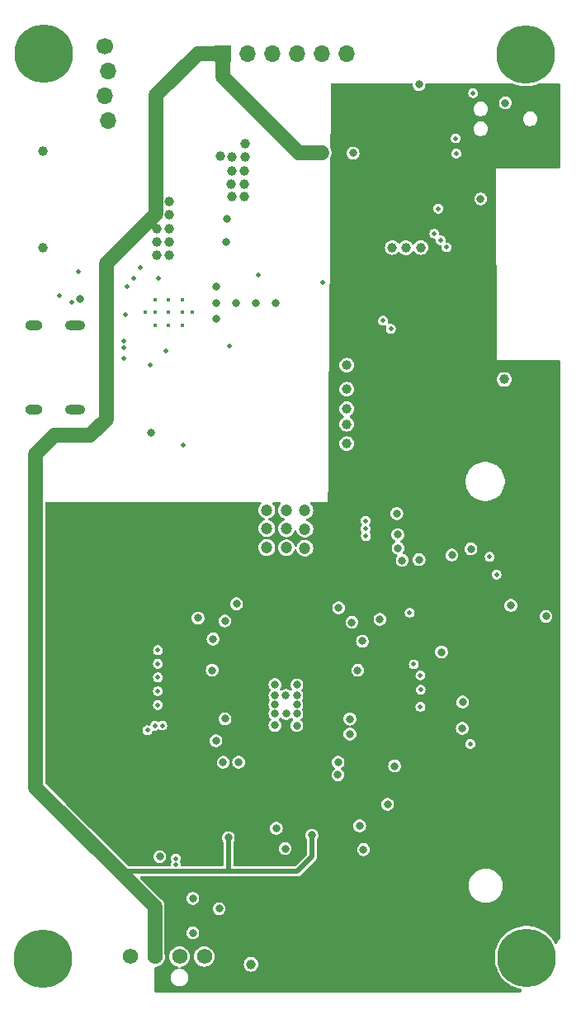
<source format=gbr>
%TF.GenerationSoftware,KiCad,Pcbnew,8.0.1*%
%TF.CreationDate,2024-09-06T16:13:18+08:00*%
%TF.ProjectId,bitaxeGamma,62697461-7865-4476-916d-6d612e6b6963,rev?*%
%TF.SameCoordinates,Original*%
%TF.FileFunction,Copper,L3,Inr*%
%TF.FilePolarity,Positive*%
%FSLAX46Y46*%
G04 Gerber Fmt 4.6, Leading zero omitted, Abs format (unit mm)*
G04 Created by KiCad (PCBNEW 8.0.1) date 2024-09-06 16:13:18*
%MOMM*%
%LPD*%
G01*
G04 APERTURE LIST*
%TA.AperFunction,ComponentPad*%
%ADD10C,0.800000*%
%TD*%
%TA.AperFunction,ComponentPad*%
%ADD11C,6.000000*%
%TD*%
%TA.AperFunction,ComponentPad*%
%ADD12R,1.700000X1.700000*%
%TD*%
%TA.AperFunction,ComponentPad*%
%ADD13O,1.700000X1.700000*%
%TD*%
%TA.AperFunction,ComponentPad*%
%ADD14C,0.400000*%
%TD*%
%TA.AperFunction,ComponentPad*%
%ADD15C,1.574800*%
%TD*%
%TA.AperFunction,ComponentPad*%
%ADD16C,1.700000*%
%TD*%
%TA.AperFunction,ComponentPad*%
%ADD17O,1.800000X1.000000*%
%TD*%
%TA.AperFunction,ComponentPad*%
%ADD18O,2.100000X1.000000*%
%TD*%
%TA.AperFunction,ViaPad*%
%ADD19C,0.800000*%
%TD*%
%TA.AperFunction,ViaPad*%
%ADD20C,1.000000*%
%TD*%
%TA.AperFunction,ViaPad*%
%ADD21C,0.500000*%
%TD*%
%TA.AperFunction,ViaPad*%
%ADD22C,1.200000*%
%TD*%
%TA.AperFunction,Conductor*%
%ADD23C,1.500000*%
%TD*%
%TA.AperFunction,Conductor*%
%ADD24C,0.508000*%
%TD*%
G04 APERTURE END LIST*
D10*
%TO.N,GND*%
%TO.C,H1*%
X127985010Y-51120990D03*
X128644020Y-49530000D03*
X128644020Y-52711980D03*
X130235010Y-48870990D03*
D11*
X130235010Y-51120990D03*
D10*
X130235010Y-53370990D03*
X131826000Y-49530000D03*
X131826000Y-52711980D03*
X132485010Y-51120990D03*
%TD*%
%TO.N,GND*%
%TO.C,H3*%
X128052000Y-143728000D03*
X128711010Y-142137010D03*
X128711010Y-145318990D03*
X130302000Y-141478000D03*
D11*
X130302000Y-143728000D03*
D10*
X130302000Y-145978000D03*
X131892990Y-142137010D03*
X131892990Y-145318990D03*
X132552000Y-143728000D03*
%TD*%
D12*
%TO.N,/5V*%
%TO.C,J4*%
X99171505Y-51054000D03*
D13*
%TO.N,GND*%
X101711505Y-51054000D03*
%TO.N,Net-(J4-Pin_3)*%
X104251505Y-51054000D03*
%TO.N,Net-(J4-Pin_4)*%
X106791505Y-51054000D03*
%TO.N,Net-(J4-Pin_5)*%
X109331505Y-51054000D03*
%TO.N,Net-(J4-Pin_6)*%
X111871505Y-51054000D03*
%TD*%
D10*
%TO.N,GND*%
%TO.C,H4*%
X78455010Y-143830990D03*
X79114020Y-142240000D03*
X79114020Y-145421980D03*
X80705010Y-141580990D03*
D11*
X80705010Y-143830990D03*
D10*
X80705010Y-146080990D03*
X82296000Y-142240000D03*
X82296000Y-145421980D03*
X82955010Y-143830990D03*
%TD*%
%TO.N,GND*%
%TO.C,H2*%
X78558000Y-51054000D03*
X79217010Y-49463010D03*
X79217010Y-52644990D03*
X80808000Y-48804000D03*
D11*
X80808000Y-51054000D03*
D10*
X80808000Y-53304000D03*
X82398990Y-49463010D03*
X82398990Y-52644990D03*
X83058000Y-51054000D03*
%TD*%
D14*
%TO.N,GND*%
%TO.C,U2*%
X92180000Y-78870000D03*
X93580000Y-78870000D03*
X94980000Y-78870000D03*
X91180000Y-77590000D03*
X92180000Y-77590000D03*
X93580000Y-77590000D03*
X94980000Y-77590000D03*
X95980000Y-77590000D03*
X92180000Y-76310000D03*
X93580000Y-76310000D03*
X94980000Y-76310000D03*
%TD*%
D15*
%TO.N,GND*%
%TO.C,J6*%
X89621000Y-143622000D03*
%TO.N,/5V*%
X92161000Y-143622000D03*
%TO.N,/Fan/FAN_TACH*%
X94701000Y-143622000D03*
%TO.N,/Fan/FAN_PWM*%
X97241000Y-143622000D03*
%TD*%
D16*
%TO.N,GND*%
%TO.C,J3*%
X87005000Y-50292000D03*
D13*
%TO.N,/3V3*%
X87405000Y-52832000D03*
%TO.N,/SCL*%
X87005000Y-55372000D03*
%TO.N,/SDA*%
X87405000Y-57912000D03*
%TD*%
D17*
%TO.N,GND*%
%TO.C,J5*%
X79790000Y-87580000D03*
D18*
X83970000Y-87580000D03*
D17*
X79790000Y-78940000D03*
D18*
X83970000Y-78940000D03*
%TD*%
D19*
%TO.N,GND*%
X105610000Y-116830000D03*
X112180000Y-119260000D03*
X113580000Y-132650000D03*
X98050000Y-114260000D03*
X104490000Y-118700000D03*
D20*
X100043332Y-65740000D03*
D19*
X112180000Y-120800000D03*
X106740000Y-119930000D03*
D20*
X98880000Y-61530000D03*
D19*
X106740000Y-118720000D03*
X104640000Y-130470000D03*
X105540000Y-132550000D03*
D20*
X116540000Y-70920000D03*
X101416668Y-61640000D03*
D19*
X125600000Y-65940000D03*
X116770000Y-124080000D03*
X106740000Y-117780000D03*
D21*
X95080000Y-91220000D03*
D19*
X104490000Y-117760000D03*
X105630000Y-118700000D03*
D20*
X111860000Y-87470000D03*
D19*
X115260000Y-109040000D03*
X123750000Y-117530000D03*
D20*
X111860000Y-91040000D03*
D19*
X106740000Y-116860000D03*
X98450000Y-78230000D03*
X96070000Y-137650000D03*
X116050000Y-128010000D03*
D20*
X111860000Y-89030000D03*
D19*
X104490000Y-119910000D03*
X119270000Y-54220000D03*
X128130000Y-56090000D03*
D20*
X101370000Y-65740000D03*
D19*
X112980000Y-114270000D03*
D20*
X80680000Y-61050000D03*
X102050000Y-144400000D03*
D19*
X99550000Y-67970000D03*
X91790000Y-89910000D03*
X117090000Y-100360000D03*
D20*
X101356668Y-64450000D03*
D19*
X121580000Y-112400000D03*
D20*
X111860000Y-83000000D03*
X101420000Y-60280000D03*
D19*
X122640000Y-102460000D03*
X96070000Y-141200000D03*
X113180000Y-130220000D03*
D20*
X117910000Y-70950000D03*
D19*
X119280000Y-102930000D03*
X99370000Y-119240000D03*
D20*
X100050000Y-63040000D03*
X100030000Y-64450000D03*
D19*
X123710000Y-120230000D03*
X96600000Y-108920000D03*
X104490000Y-115746000D03*
X100490000Y-76620000D03*
X98460000Y-76630000D03*
X99490000Y-70390000D03*
X98440000Y-121490000D03*
X92680000Y-133370000D03*
X128690000Y-107620000D03*
X112512000Y-61250000D03*
X104490000Y-116840000D03*
X104560000Y-76600000D03*
D20*
X101376668Y-63040000D03*
X119454234Y-70914234D03*
X128020000Y-84450000D03*
X111860000Y-85460000D03*
D19*
X106740000Y-115766000D03*
X116990000Y-98200000D03*
D20*
X100090000Y-61640000D03*
D19*
X102570000Y-76600000D03*
X132297000Y-108743000D03*
X117550000Y-103000000D03*
X98460000Y-74920000D03*
D22*
%TO.N,/VDD*%
X103660000Y-97850000D03*
D21*
X120850000Y-69510000D03*
D22*
X103660000Y-99730000D03*
D19*
X84500000Y-76160000D03*
D22*
X107560000Y-97880000D03*
D21*
X99780000Y-81020000D03*
D22*
X105650000Y-101710000D03*
X103660000Y-101690000D03*
X105650000Y-99750000D03*
X107560000Y-101740000D03*
X105650000Y-97850000D03*
X107560000Y-99780000D03*
D21*
%TO.N,/ESP32/EN*%
X122101300Y-70905000D03*
X127228000Y-104448000D03*
D20*
%TO.N,/5V*%
X93620000Y-68975000D03*
X93620000Y-71720000D03*
X92330000Y-70347500D03*
D22*
X109280000Y-61185155D03*
D19*
X108290000Y-131179000D03*
D20*
X92330000Y-66230000D03*
X93620000Y-67602500D03*
X93620000Y-70347500D03*
X92330000Y-68975000D03*
D19*
X99710000Y-131420000D03*
D20*
X92330000Y-71720000D03*
X80680000Y-70950000D03*
X92330000Y-67602500D03*
D19*
X98770000Y-138720000D03*
D20*
X93620000Y-66230000D03*
D19*
%TO.N,/3V3*%
X129830000Y-56090000D03*
D20*
X126000000Y-84500000D03*
D19*
X123394000Y-86260000D03*
X112160000Y-74520000D03*
X95550000Y-135970000D03*
D22*
X111440000Y-55180000D03*
D19*
X122930000Y-99700000D03*
X118711400Y-59800000D03*
X127250000Y-107630000D03*
D20*
X115370000Y-61560000D03*
D19*
X95560000Y-126330000D03*
D21*
%TO.N,/TX*%
X116380000Y-79250000D03*
%TO.N,/RX*%
X115580000Y-78420000D03*
%TO.N,/RST*%
X121476817Y-70170000D03*
%TO.N,/SCL*%
X94317599Y-134229617D03*
X88970000Y-81220000D03*
%TO.N,Net-(U2-BP1V5)*%
X91690000Y-82980000D03*
X83660000Y-76570000D03*
%TO.N,/ESP32/P_TX*%
X123105000Y-61285000D03*
%TO.N,/ESP32/P_RX*%
X123040000Y-59730000D03*
%TO.N,/ESP32/IO0*%
X121244400Y-66945600D03*
X124830000Y-55100000D03*
X126520000Y-102640000D03*
%TO.N,Net-(U2-VDD5)*%
X92570000Y-74110000D03*
X102820000Y-73740000D03*
%TO.N,/Power/PGOOD*%
X89020000Y-82280000D03*
X109410000Y-74490000D03*
%TO.N,/SDA*%
X94340000Y-133580000D03*
X88990000Y-80510000D03*
X82390000Y-75900000D03*
X84290000Y-73420000D03*
D19*
%TO.N,Net-(U8-VDDIO_12_1)*%
X100770000Y-123700000D03*
%TO.N,Net-(U8-VDDIO_08_1)*%
X99180000Y-123710000D03*
D21*
%TO.N,Net-(U8-ROSC_SEL)*%
X119430000Y-116250000D03*
%TO.N,Net-(U8-LITE_PAD)*%
X119420000Y-118020000D03*
%TO.N,Net-(U8-INV_CLKO)*%
X124540000Y-121820000D03*
%TO.N,/Fan/TEMP_N*%
X92180000Y-119960000D03*
%TO.N,/Fan/TEMP_P*%
X92940000Y-119930000D03*
%TO.N,/Power/AGND*%
X89970000Y-74100000D03*
X89170000Y-77830000D03*
X90680000Y-72940000D03*
X89340000Y-74960000D03*
%TO.N,/Power/PMB_ALRT*%
X93330000Y-81550000D03*
D19*
%TO.N,/BM1370/VDD3_0*%
X113470000Y-111290000D03*
%TO.N,/BM1370/1V2*%
X110950000Y-124990000D03*
X124600000Y-101830000D03*
X117120000Y-101750000D03*
%TO.N,/BM1370/0V8*%
X110970000Y-123700000D03*
%TO.N,/BM1370/VDD2_0*%
X112390000Y-109350000D03*
%TO.N,/BM1370/VDD1_0*%
X111030000Y-107870000D03*
%TO.N,/BM1370/VDD1_1*%
X100553800Y-107457400D03*
%TO.N,/BM1370/VDD2_1*%
X99360000Y-109210000D03*
%TO.N,/BM1370/VDD3_1*%
X98140000Y-111060000D03*
D21*
%TO.N,/BM1370/BI*%
X119420000Y-114790000D03*
%TO.N,/BM1370/RST_N*%
X113800000Y-98950000D03*
%TO.N,/BM1370/CI*%
X113770000Y-99770000D03*
%TO.N,/BM1370/RO*%
X113830000Y-100500000D03*
X118320000Y-108370000D03*
%TO.N,/BM1370/CLKI*%
X118740000Y-113660000D03*
%TO.N,/BM1370/NRSTO*%
X92480000Y-112210000D03*
%TO.N,/BM1370/CO*%
X92480000Y-113611428D03*
%TO.N,/BM1370/RI*%
X92480000Y-115012856D03*
%TO.N,/BM1370/CLKO*%
X92480000Y-116414284D03*
%TO.N,/BM1370/BO*%
X92480000Y-117815712D03*
%TO.N,/BM1370/PIN_MODE*%
X91400000Y-120430000D03*
%TD*%
D23*
%TO.N,/5V*%
X92322400Y-63814606D02*
X92322400Y-67442400D01*
X92207000Y-143576000D02*
X92161000Y-143622000D01*
X79950000Y-92140000D02*
X81900000Y-90190000D01*
X92161000Y-143622000D02*
X92161000Y-138501000D01*
X87190000Y-72574800D02*
X92322400Y-67442400D01*
X88465000Y-134805000D02*
X79950000Y-126290000D01*
X79950000Y-126290000D02*
X79950000Y-92140000D01*
X81900000Y-90190000D02*
X85540000Y-90190000D01*
D24*
X108290000Y-133378216D02*
X108290000Y-131179000D01*
D23*
X92322400Y-55317600D02*
X96586000Y-51054000D01*
D24*
X106784599Y-134883617D02*
X108290000Y-133378216D01*
D23*
X106895155Y-61185155D02*
X99171505Y-53461505D01*
X85540000Y-90190000D02*
X87190000Y-88540000D01*
X109280000Y-61185155D02*
X106895155Y-61185155D01*
D24*
X88543617Y-134883617D02*
X106784599Y-134883617D01*
X88465000Y-134805000D02*
X88543617Y-134883617D01*
D23*
X92322400Y-58570000D02*
X92322400Y-55317600D01*
X99171505Y-53461505D02*
X99171505Y-51054000D01*
X92322400Y-63814606D02*
X92322400Y-58570000D01*
X92161000Y-138501000D02*
X88465000Y-134805000D01*
X96586000Y-51054000D02*
X99171505Y-51054000D01*
D24*
X99710000Y-131420000D02*
X99710000Y-134883617D01*
D23*
X87190000Y-88540000D02*
X87190000Y-72574800D01*
%TD*%
%TA.AperFunction,Conductor*%
%TO.N,/3V3*%
G36*
X118556260Y-54078002D02*
G01*
X118602753Y-54131658D01*
X118613220Y-54199189D01*
X118610693Y-54219998D01*
X118610693Y-54220003D01*
X118629849Y-54377779D01*
X118671202Y-54486814D01*
X118686213Y-54526395D01*
X118776502Y-54657201D01*
X118895471Y-54762599D01*
X118895472Y-54762599D01*
X118895474Y-54762601D01*
X118943992Y-54788065D01*
X119036207Y-54836463D01*
X119190529Y-54874500D01*
X119190530Y-54874500D01*
X119349470Y-54874500D01*
X119349471Y-54874500D01*
X119503793Y-54836463D01*
X119644529Y-54762599D01*
X119763498Y-54657201D01*
X119853787Y-54526395D01*
X119910149Y-54377782D01*
X119910149Y-54377781D01*
X119910150Y-54377779D01*
X119929307Y-54220003D01*
X119929307Y-54219998D01*
X119926780Y-54199189D01*
X119938424Y-54129154D01*
X119986084Y-54076532D01*
X120051861Y-54058000D01*
X128804664Y-54058000D01*
X128857570Y-54069646D01*
X129028614Y-54148780D01*
X129028626Y-54148785D01*
X129363060Y-54261469D01*
X129707717Y-54337334D01*
X130058556Y-54375490D01*
X130058564Y-54375490D01*
X130411456Y-54375490D01*
X130411464Y-54375490D01*
X130762303Y-54337334D01*
X131106960Y-54261469D01*
X131441394Y-54148785D01*
X131478414Y-54131658D01*
X131612450Y-54069646D01*
X131665356Y-54058000D01*
X133606000Y-54058000D01*
X133674121Y-54078002D01*
X133720614Y-54131658D01*
X133732000Y-54184000D01*
X133732000Y-62672096D01*
X133711998Y-62740217D01*
X133658342Y-62786710D01*
X133606621Y-62798094D01*
X127129999Y-62829999D01*
X127239999Y-82460000D01*
X127240000Y-82460000D01*
X133605387Y-82428835D01*
X133673601Y-82448502D01*
X133720356Y-82501929D01*
X133732000Y-82554832D01*
X133732000Y-141759470D01*
X133711998Y-141827591D01*
X133707193Y-141834543D01*
X133403080Y-142244469D01*
X133346429Y-142287260D01*
X133275636Y-142292631D01*
X133213177Y-142258875D01*
X133190564Y-142228415D01*
X133094739Y-142047670D01*
X133094737Y-142047666D01*
X132950236Y-141834543D01*
X132896690Y-141755568D01*
X132668223Y-141486595D01*
X132668222Y-141486594D01*
X132412027Y-141243912D01*
X132412012Y-141243899D01*
X132131070Y-141030333D01*
X132131064Y-141030329D01*
X131828674Y-140848387D01*
X131828668Y-140848384D01*
X131508395Y-140700209D01*
X131508383Y-140700204D01*
X131173959Y-140587524D01*
X131173958Y-140587523D01*
X131173950Y-140587521D01*
X131123836Y-140576490D01*
X130829305Y-140511658D01*
X130829281Y-140511654D01*
X130478461Y-140473500D01*
X130478454Y-140473500D01*
X130125546Y-140473500D01*
X130125538Y-140473500D01*
X129774718Y-140511654D01*
X129774694Y-140511658D01*
X129430054Y-140587520D01*
X129430040Y-140587524D01*
X129095616Y-140700204D01*
X129095604Y-140700209D01*
X128775331Y-140848384D01*
X128775324Y-140848388D01*
X128472935Y-141030329D01*
X128472929Y-141030333D01*
X128191987Y-141243899D01*
X128191972Y-141243912D01*
X127935777Y-141486594D01*
X127707308Y-141755570D01*
X127509262Y-142047666D01*
X127509260Y-142047670D01*
X127343957Y-142359466D01*
X127343953Y-142359475D01*
X127213332Y-142687308D01*
X127118918Y-143027355D01*
X127061826Y-143375609D01*
X127042720Y-143727996D01*
X127042720Y-143728003D01*
X127061826Y-144080390D01*
X127118918Y-144428644D01*
X127213332Y-144768691D01*
X127299926Y-144986026D01*
X127343958Y-145096536D01*
X127367126Y-145140235D01*
X127509260Y-145408329D01*
X127509262Y-145408333D01*
X127584978Y-145520006D01*
X127707310Y-145700432D01*
X127935777Y-145969405D01*
X128191972Y-146212087D01*
X128191987Y-146212100D01*
X128472934Y-146425670D01*
X128775326Y-146607613D01*
X128857609Y-146645681D01*
X129095604Y-146755790D01*
X129095616Y-146755795D01*
X129430050Y-146868479D01*
X129684817Y-146924557D01*
X129706434Y-146929316D01*
X129768662Y-146963494D01*
X129802533Y-147025890D01*
X129797294Y-147096693D01*
X129780541Y-147127441D01*
X129702175Y-147233073D01*
X129645527Y-147275864D01*
X129600984Y-147284000D01*
X92284774Y-147284000D01*
X92216653Y-147263998D01*
X92170160Y-147210342D01*
X92158775Y-147158415D01*
X92158654Y-147121776D01*
X92150949Y-144784541D01*
X92170725Y-144716359D01*
X92224227Y-144669690D01*
X92264596Y-144658737D01*
X92325226Y-144652765D01*
X92365240Y-144648825D01*
X92365241Y-144648824D01*
X92365248Y-144648824D01*
X92561647Y-144589247D01*
X92742649Y-144492500D01*
X92901299Y-144362299D01*
X93031500Y-144203649D01*
X93128247Y-144022647D01*
X93187824Y-143826248D01*
X93193518Y-143768426D01*
X93195325Y-143756247D01*
X93211500Y-143674935D01*
X93211500Y-143622002D01*
X93654059Y-143622002D01*
X93674174Y-143826241D01*
X93674175Y-143826247D01*
X93674176Y-143826248D01*
X93733753Y-144022647D01*
X93830500Y-144203649D01*
X93960701Y-144362299D01*
X94119351Y-144492500D01*
X94300353Y-144589247D01*
X94496752Y-144648824D01*
X94496756Y-144648824D01*
X94496758Y-144648825D01*
X94518950Y-144651011D01*
X94584782Y-144677593D01*
X94625792Y-144735548D01*
X94628959Y-144806474D01*
X94593278Y-144867853D01*
X94531182Y-144899983D01*
X94439004Y-144918318D01*
X94438999Y-144918320D01*
X94275543Y-144986026D01*
X94128431Y-145084323D01*
X94128425Y-145084328D01*
X94003327Y-145209426D01*
X94003322Y-145209432D01*
X93905025Y-145356544D01*
X93837319Y-145520000D01*
X93837317Y-145520005D01*
X93802800Y-145693533D01*
X93802800Y-145693536D01*
X93802800Y-145870466D01*
X93837317Y-146043996D01*
X93905025Y-146207458D01*
X93908127Y-146212100D01*
X94003322Y-146354569D01*
X94003327Y-146354575D01*
X94128425Y-146479673D01*
X94128431Y-146479678D01*
X94275543Y-146577976D01*
X94439005Y-146645684D01*
X94612535Y-146680201D01*
X94612536Y-146680201D01*
X94789464Y-146680201D01*
X94789465Y-146680201D01*
X94962995Y-146645684D01*
X95126457Y-146577976D01*
X95273569Y-146479678D01*
X95398677Y-146354570D01*
X95496975Y-146207458D01*
X95564683Y-146043996D01*
X95599200Y-145870466D01*
X95599200Y-145693536D01*
X95564683Y-145520006D01*
X95496975Y-145356544D01*
X95398677Y-145209432D01*
X95398672Y-145209426D01*
X95273574Y-145084328D01*
X95273568Y-145084323D01*
X95224754Y-145051706D01*
X95126457Y-144986026D01*
X94962995Y-144918318D01*
X94870816Y-144899982D01*
X94807908Y-144867075D01*
X94772776Y-144805380D01*
X94776576Y-144734485D01*
X94818102Y-144676899D01*
X94883049Y-144651011D01*
X94905241Y-144648825D01*
X94905242Y-144648824D01*
X94905248Y-144648824D01*
X95101647Y-144589247D01*
X95282649Y-144492500D01*
X95441299Y-144362299D01*
X95571500Y-144203649D01*
X95668247Y-144022647D01*
X95727824Y-143826248D01*
X95729782Y-143806376D01*
X95747941Y-143622002D01*
X96194059Y-143622002D01*
X96214174Y-143826241D01*
X96214175Y-143826247D01*
X96214176Y-143826248D01*
X96273753Y-144022647D01*
X96370500Y-144203649D01*
X96500701Y-144362299D01*
X96659351Y-144492500D01*
X96840353Y-144589247D01*
X97036752Y-144648824D01*
X97036756Y-144648824D01*
X97036758Y-144648825D01*
X97240997Y-144668941D01*
X97241000Y-144668941D01*
X97241003Y-144668941D01*
X97445241Y-144648825D01*
X97445242Y-144648824D01*
X97445248Y-144648824D01*
X97641647Y-144589247D01*
X97822649Y-144492500D01*
X97935360Y-144400000D01*
X101290726Y-144400000D01*
X101309763Y-144568954D01*
X101316864Y-144589247D01*
X101365918Y-144729437D01*
X101365919Y-144729439D01*
X101456375Y-144873399D01*
X101456377Y-144873402D01*
X101576597Y-144993622D01*
X101576600Y-144993624D01*
X101720563Y-145084082D01*
X101881046Y-145140237D01*
X102050000Y-145159274D01*
X102218954Y-145140237D01*
X102379437Y-145084082D01*
X102523400Y-144993624D01*
X102643624Y-144873400D01*
X102734082Y-144729437D01*
X102790237Y-144568954D01*
X102809274Y-144400000D01*
X102790237Y-144231046D01*
X102734082Y-144070563D01*
X102643624Y-143926600D01*
X102643622Y-143926597D01*
X102523402Y-143806377D01*
X102523399Y-143806375D01*
X102379439Y-143715919D01*
X102379437Y-143715918D01*
X102262299Y-143674930D01*
X102218954Y-143659763D01*
X102050000Y-143640726D01*
X101881046Y-143659763D01*
X101881043Y-143659763D01*
X101881043Y-143659764D01*
X101720562Y-143715918D01*
X101720560Y-143715919D01*
X101576600Y-143806375D01*
X101576597Y-143806377D01*
X101456377Y-143926597D01*
X101456375Y-143926600D01*
X101365919Y-144070560D01*
X101365918Y-144070562D01*
X101309764Y-144231043D01*
X101309763Y-144231046D01*
X101290726Y-144400000D01*
X97935360Y-144400000D01*
X97981299Y-144362299D01*
X98111500Y-144203649D01*
X98208247Y-144022647D01*
X98267824Y-143826248D01*
X98269782Y-143806376D01*
X98287941Y-143622002D01*
X98287941Y-143621997D01*
X98267825Y-143417758D01*
X98267824Y-143417756D01*
X98267824Y-143417752D01*
X98208247Y-143221353D01*
X98111500Y-143040351D01*
X97981299Y-142881701D01*
X97822649Y-142751500D01*
X97641647Y-142654753D01*
X97445248Y-142595176D01*
X97445247Y-142595175D01*
X97445241Y-142595174D01*
X97241003Y-142575059D01*
X97240997Y-142575059D01*
X97036758Y-142595174D01*
X96840352Y-142654753D01*
X96659350Y-142751500D01*
X96500701Y-142881701D01*
X96370500Y-143040350D01*
X96273753Y-143221352D01*
X96214174Y-143417758D01*
X96194059Y-143621997D01*
X96194059Y-143622002D01*
X95747941Y-143622002D01*
X95747941Y-143621997D01*
X95727825Y-143417758D01*
X95727824Y-143417756D01*
X95727824Y-143417752D01*
X95668247Y-143221353D01*
X95571500Y-143040351D01*
X95441299Y-142881701D01*
X95282649Y-142751500D01*
X95101647Y-142654753D01*
X94905248Y-142595176D01*
X94905247Y-142595175D01*
X94905241Y-142595174D01*
X94701003Y-142575059D01*
X94700997Y-142575059D01*
X94496758Y-142595174D01*
X94300352Y-142654753D01*
X94119350Y-142751500D01*
X93960701Y-142881701D01*
X93830500Y-143040350D01*
X93733753Y-143221352D01*
X93674174Y-143417758D01*
X93654059Y-143621997D01*
X93654059Y-143622002D01*
X93211500Y-143622002D01*
X93211500Y-143477065D01*
X93172897Y-143282998D01*
X93172894Y-143282991D01*
X93171099Y-143277071D01*
X93172751Y-143276569D01*
X93165500Y-143240076D01*
X93165500Y-141200003D01*
X95410693Y-141200003D01*
X95429849Y-141357779D01*
X95478447Y-141485919D01*
X95486213Y-141506395D01*
X95576502Y-141637201D01*
X95695471Y-141742599D01*
X95695472Y-141742599D01*
X95695474Y-141742601D01*
X95720181Y-141755568D01*
X95836207Y-141816463D01*
X95990529Y-141854500D01*
X95990530Y-141854500D01*
X96149470Y-141854500D01*
X96149471Y-141854500D01*
X96303793Y-141816463D01*
X96444529Y-141742599D01*
X96563498Y-141637201D01*
X96653787Y-141506395D01*
X96710149Y-141357782D01*
X96710149Y-141357781D01*
X96710150Y-141357779D01*
X96729307Y-141200003D01*
X96729307Y-141199996D01*
X96710150Y-141042220D01*
X96675697Y-140951377D01*
X96653787Y-140893605D01*
X96563498Y-140762799D01*
X96444529Y-140657401D01*
X96444528Y-140657400D01*
X96444525Y-140657398D01*
X96303797Y-140583539D01*
X96303795Y-140583538D01*
X96303793Y-140583537D01*
X96303791Y-140583536D01*
X96303790Y-140583536D01*
X96149472Y-140545500D01*
X96149471Y-140545500D01*
X95990529Y-140545500D01*
X95990527Y-140545500D01*
X95836209Y-140583536D01*
X95836202Y-140583539D01*
X95695474Y-140657398D01*
X95695469Y-140657402D01*
X95576501Y-140762800D01*
X95486215Y-140893601D01*
X95486212Y-140893607D01*
X95429849Y-141042220D01*
X95410693Y-141199996D01*
X95410693Y-141200003D01*
X93165500Y-141200003D01*
X93165500Y-138720003D01*
X98110693Y-138720003D01*
X98129849Y-138877779D01*
X98178447Y-139005919D01*
X98186213Y-139026395D01*
X98276502Y-139157201D01*
X98395471Y-139262599D01*
X98395472Y-139262599D01*
X98395474Y-139262601D01*
X98470200Y-139301820D01*
X98536207Y-139336463D01*
X98690529Y-139374500D01*
X98690530Y-139374500D01*
X98849470Y-139374500D01*
X98849471Y-139374500D01*
X99003793Y-139336463D01*
X99144529Y-139262599D01*
X99263498Y-139157201D01*
X99353787Y-139026395D01*
X99410149Y-138877782D01*
X99410149Y-138877781D01*
X99410150Y-138877779D01*
X99429307Y-138720003D01*
X99429307Y-138719996D01*
X99410150Y-138562220D01*
X99396538Y-138526331D01*
X99353787Y-138413605D01*
X99263498Y-138282799D01*
X99144529Y-138177401D01*
X99144528Y-138177400D01*
X99144525Y-138177398D01*
X99003797Y-138103539D01*
X99003795Y-138103538D01*
X99003793Y-138103537D01*
X99003791Y-138103536D01*
X99003790Y-138103536D01*
X98849472Y-138065500D01*
X98849471Y-138065500D01*
X98690529Y-138065500D01*
X98690527Y-138065500D01*
X98536209Y-138103536D01*
X98536202Y-138103539D01*
X98395474Y-138177398D01*
X98395469Y-138177402D01*
X98276501Y-138282800D01*
X98186215Y-138413601D01*
X98186212Y-138413607D01*
X98129849Y-138562220D01*
X98110693Y-138719996D01*
X98110693Y-138720003D01*
X93165500Y-138720003D01*
X93165500Y-138402064D01*
X93165499Y-138402061D01*
X93150423Y-138326270D01*
X93126897Y-138207998D01*
X93051176Y-138025191D01*
X92941246Y-137860669D01*
X92801331Y-137720754D01*
X92730580Y-137650003D01*
X95410693Y-137650003D01*
X95429849Y-137807779D01*
X95473678Y-137923344D01*
X95486213Y-137956395D01*
X95576502Y-138087201D01*
X95695471Y-138192599D01*
X95695472Y-138192599D01*
X95695474Y-138192601D01*
X95724809Y-138207997D01*
X95836207Y-138266463D01*
X95990529Y-138304500D01*
X95990530Y-138304500D01*
X96149470Y-138304500D01*
X96149471Y-138304500D01*
X96303793Y-138266463D01*
X96444529Y-138192599D01*
X96563498Y-138087201D01*
X96653787Y-137956395D01*
X96710149Y-137807782D01*
X96710149Y-137807781D01*
X96710150Y-137807779D01*
X96729307Y-137650003D01*
X96729307Y-137649996D01*
X96710150Y-137492220D01*
X96696538Y-137456331D01*
X96653787Y-137343605D01*
X96563498Y-137212799D01*
X96444529Y-137107401D01*
X96444528Y-137107400D01*
X96444525Y-137107398D01*
X96303797Y-137033539D01*
X96303795Y-137033538D01*
X96303793Y-137033537D01*
X96303791Y-137033536D01*
X96303790Y-137033536D01*
X96149472Y-136995500D01*
X96149471Y-136995500D01*
X95990529Y-136995500D01*
X95990527Y-136995500D01*
X95836209Y-137033536D01*
X95836202Y-137033539D01*
X95695474Y-137107398D01*
X95695469Y-137107402D01*
X95576501Y-137212800D01*
X95486215Y-137343601D01*
X95486212Y-137343607D01*
X95429849Y-137492220D01*
X95410693Y-137649996D01*
X95410693Y-137650003D01*
X92730580Y-137650003D01*
X91545313Y-136464736D01*
X124379500Y-136464736D01*
X124409450Y-136692231D01*
X124409452Y-136692238D01*
X124468842Y-136913887D01*
X124556656Y-137125888D01*
X124556657Y-137125889D01*
X124556662Y-137125900D01*
X124671386Y-137324608D01*
X124671391Y-137324615D01*
X124811073Y-137506652D01*
X124811092Y-137506673D01*
X124973326Y-137668907D01*
X124973347Y-137668926D01*
X125155384Y-137808608D01*
X125155391Y-137808613D01*
X125354099Y-137923337D01*
X125354103Y-137923338D01*
X125354112Y-137923344D01*
X125566113Y-138011158D01*
X125787762Y-138070548D01*
X125787766Y-138070548D01*
X125787768Y-138070549D01*
X125846398Y-138078267D01*
X126015266Y-138100500D01*
X126015273Y-138100500D01*
X126244727Y-138100500D01*
X126244734Y-138100500D01*
X126450345Y-138073430D01*
X126472231Y-138070549D01*
X126472231Y-138070548D01*
X126472238Y-138070548D01*
X126693887Y-138011158D01*
X126905888Y-137923344D01*
X127104612Y-137808611D01*
X127286661Y-137668919D01*
X127448919Y-137506661D01*
X127588611Y-137324612D01*
X127703344Y-137125888D01*
X127791158Y-136913887D01*
X127850548Y-136692238D01*
X127880500Y-136464734D01*
X127880500Y-136235266D01*
X127850548Y-136007762D01*
X127791158Y-135786113D01*
X127703344Y-135574112D01*
X127703338Y-135574103D01*
X127703337Y-135574099D01*
X127588613Y-135375391D01*
X127588608Y-135375384D01*
X127448926Y-135193347D01*
X127448907Y-135193326D01*
X127286673Y-135031092D01*
X127286652Y-135031073D01*
X127104615Y-134891391D01*
X127104608Y-134891386D01*
X126905900Y-134776662D01*
X126905892Y-134776658D01*
X126905888Y-134776656D01*
X126693887Y-134688842D01*
X126472238Y-134629452D01*
X126472231Y-134629450D01*
X126244736Y-134599500D01*
X126244734Y-134599500D01*
X126015266Y-134599500D01*
X126015263Y-134599500D01*
X125787768Y-134629450D01*
X125566113Y-134688842D01*
X125354110Y-134776657D01*
X125354099Y-134776662D01*
X125155391Y-134891386D01*
X125155384Y-134891391D01*
X124973347Y-135031073D01*
X124973326Y-135031092D01*
X124811092Y-135193326D01*
X124811073Y-135193347D01*
X124671391Y-135375384D01*
X124671386Y-135375391D01*
X124556662Y-135574099D01*
X124556657Y-135574110D01*
X124556656Y-135574112D01*
X124498057Y-135715581D01*
X124468842Y-135786113D01*
X124409450Y-136007768D01*
X124379500Y-136235263D01*
X124379500Y-136464736D01*
X91545313Y-136464736D01*
X90687789Y-135607212D01*
X90653763Y-135544900D01*
X90658828Y-135474085D01*
X90701375Y-135417249D01*
X90767895Y-135392438D01*
X90776884Y-135392117D01*
X106851542Y-135392117D01*
X106851544Y-135392117D01*
X106980873Y-135357464D01*
X107096826Y-135290518D01*
X108696901Y-133690442D01*
X108738583Y-133618248D01*
X108763847Y-133574490D01*
X108798500Y-133445161D01*
X108798500Y-132650003D01*
X112920693Y-132650003D01*
X112939849Y-132807779D01*
X112988447Y-132935919D01*
X112996213Y-132956395D01*
X113086502Y-133087201D01*
X113205471Y-133192599D01*
X113205472Y-133192599D01*
X113205474Y-133192601D01*
X113280200Y-133231820D01*
X113346207Y-133266463D01*
X113500529Y-133304500D01*
X113500530Y-133304500D01*
X113659470Y-133304500D01*
X113659471Y-133304500D01*
X113813793Y-133266463D01*
X113954529Y-133192599D01*
X114073498Y-133087201D01*
X114163787Y-132956395D01*
X114220149Y-132807782D01*
X114220149Y-132807781D01*
X114220150Y-132807779D01*
X114239307Y-132650003D01*
X114239307Y-132649996D01*
X114220150Y-132492220D01*
X114182224Y-132392220D01*
X114163787Y-132343605D01*
X114073498Y-132212799D01*
X113954529Y-132107401D01*
X113954528Y-132107400D01*
X113954525Y-132107398D01*
X113813797Y-132033539D01*
X113813795Y-132033538D01*
X113813793Y-132033537D01*
X113813791Y-132033536D01*
X113813790Y-132033536D01*
X113659472Y-131995500D01*
X113659471Y-131995500D01*
X113500529Y-131995500D01*
X113500527Y-131995500D01*
X113346209Y-132033536D01*
X113346202Y-132033539D01*
X113205474Y-132107398D01*
X113205469Y-132107402D01*
X113086501Y-132212800D01*
X112996215Y-132343601D01*
X112996212Y-132343607D01*
X112939849Y-132492220D01*
X112920693Y-132649996D01*
X112920693Y-132650003D01*
X108798500Y-132650003D01*
X108798500Y-131633729D01*
X108818502Y-131565608D01*
X108820777Y-131562191D01*
X108873787Y-131485395D01*
X108930149Y-131336782D01*
X108930149Y-131336781D01*
X108930150Y-131336779D01*
X108949307Y-131179003D01*
X108949307Y-131178996D01*
X108930150Y-131021220D01*
X108915578Y-130982799D01*
X108873787Y-130872605D01*
X108783498Y-130741799D01*
X108664529Y-130636401D01*
X108664528Y-130636400D01*
X108664525Y-130636398D01*
X108523797Y-130562539D01*
X108523795Y-130562538D01*
X108523793Y-130562537D01*
X108523791Y-130562536D01*
X108523790Y-130562536D01*
X108369472Y-130524500D01*
X108369471Y-130524500D01*
X108210529Y-130524500D01*
X108210527Y-130524500D01*
X108056209Y-130562536D01*
X108056202Y-130562539D01*
X107915474Y-130636398D01*
X107915469Y-130636402D01*
X107796501Y-130741800D01*
X107706215Y-130872601D01*
X107706212Y-130872607D01*
X107649849Y-131021220D01*
X107630693Y-131178996D01*
X107630693Y-131179003D01*
X107649849Y-131336779D01*
X107681413Y-131420003D01*
X107706213Y-131485395D01*
X107759196Y-131562154D01*
X107781432Y-131629577D01*
X107781500Y-131633729D01*
X107781500Y-133115398D01*
X107761498Y-133183519D01*
X107744595Y-133204493D01*
X106610876Y-134338212D01*
X106548564Y-134372238D01*
X106521781Y-134375117D01*
X100344500Y-134375117D01*
X100276379Y-134355115D01*
X100229886Y-134301459D01*
X100218500Y-134249117D01*
X100218500Y-132550003D01*
X104880693Y-132550003D01*
X104899849Y-132707779D01*
X104937775Y-132807779D01*
X104956213Y-132856395D01*
X105046502Y-132987201D01*
X105165471Y-133092599D01*
X105165472Y-133092599D01*
X105165474Y-133092601D01*
X105240200Y-133131820D01*
X105306207Y-133166463D01*
X105460529Y-133204500D01*
X105460530Y-133204500D01*
X105619470Y-133204500D01*
X105619471Y-133204500D01*
X105773793Y-133166463D01*
X105914529Y-133092599D01*
X106033498Y-132987201D01*
X106123787Y-132856395D01*
X106180149Y-132707782D01*
X106180149Y-132707781D01*
X106180150Y-132707779D01*
X106199307Y-132550003D01*
X106199307Y-132549996D01*
X106180150Y-132392220D01*
X106161711Y-132343601D01*
X106123787Y-132243605D01*
X106033498Y-132112799D01*
X105914529Y-132007401D01*
X105914528Y-132007400D01*
X105914525Y-132007398D01*
X105773797Y-131933539D01*
X105773795Y-131933538D01*
X105773793Y-131933537D01*
X105773791Y-131933536D01*
X105773790Y-131933536D01*
X105619472Y-131895500D01*
X105619471Y-131895500D01*
X105460529Y-131895500D01*
X105460527Y-131895500D01*
X105306209Y-131933536D01*
X105306202Y-131933539D01*
X105165474Y-132007398D01*
X105165469Y-132007402D01*
X105135967Y-132033539D01*
X105052599Y-132107398D01*
X105046501Y-132112800D01*
X104956215Y-132243601D01*
X104956212Y-132243607D01*
X104899849Y-132392220D01*
X104880693Y-132549996D01*
X104880693Y-132550003D01*
X100218500Y-132550003D01*
X100218500Y-131874729D01*
X100238502Y-131806608D01*
X100240777Y-131803191D01*
X100293787Y-131726395D01*
X100350149Y-131577782D01*
X100350149Y-131577781D01*
X100350150Y-131577779D01*
X100369307Y-131420003D01*
X100369307Y-131419996D01*
X100350150Y-131262220D01*
X100318588Y-131179000D01*
X100293787Y-131113605D01*
X100203498Y-130982799D01*
X100084529Y-130877401D01*
X100084528Y-130877400D01*
X100084525Y-130877398D01*
X99943797Y-130803539D01*
X99943795Y-130803538D01*
X99943793Y-130803537D01*
X99943791Y-130803536D01*
X99943790Y-130803536D01*
X99789472Y-130765500D01*
X99789471Y-130765500D01*
X99630529Y-130765500D01*
X99630527Y-130765500D01*
X99476209Y-130803536D01*
X99476202Y-130803539D01*
X99335474Y-130877398D01*
X99335469Y-130877402D01*
X99216501Y-130982800D01*
X99126215Y-131113601D01*
X99126212Y-131113607D01*
X99069849Y-131262220D01*
X99050693Y-131419996D01*
X99050693Y-131420003D01*
X99069849Y-131577779D01*
X99076178Y-131594466D01*
X99126213Y-131726395D01*
X99179196Y-131803154D01*
X99201432Y-131870577D01*
X99201500Y-131874729D01*
X99201500Y-134249117D01*
X99181498Y-134317238D01*
X99127842Y-134363731D01*
X99075500Y-134375117D01*
X94951779Y-134375117D01*
X94883658Y-134355115D01*
X94837165Y-134301459D01*
X94828131Y-134238629D01*
X94827287Y-134238629D01*
X94827287Y-134232756D01*
X94827061Y-134231186D01*
X94827287Y-134229617D01*
X94806641Y-134086021D01*
X94757964Y-133979435D01*
X94747862Y-133909162D01*
X94766587Y-133858964D01*
X94768770Y-133855565D01*
X94768777Y-133855558D01*
X94829042Y-133723596D01*
X94849688Y-133580000D01*
X94829042Y-133436404D01*
X94768777Y-133304442D01*
X94673775Y-133194804D01*
X94673774Y-133194803D01*
X94612753Y-133155587D01*
X94551732Y-133116371D01*
X94551731Y-133116370D01*
X94551730Y-133116370D01*
X94412536Y-133075500D01*
X94267464Y-133075500D01*
X94128269Y-133116370D01*
X94128266Y-133116372D01*
X94006225Y-133194803D01*
X93911223Y-133304441D01*
X93850958Y-133436403D01*
X93830312Y-133580000D01*
X93850958Y-133723596D01*
X93899633Y-133830180D01*
X93909736Y-133900454D01*
X93891021Y-133950636D01*
X93888825Y-133954053D01*
X93828557Y-134086020D01*
X93807911Y-134229620D01*
X93808136Y-134231185D01*
X93807911Y-134232750D01*
X93807911Y-134238629D01*
X93807066Y-134238629D01*
X93798033Y-134301459D01*
X93751540Y-134355115D01*
X93683420Y-134375117D01*
X89507884Y-134375117D01*
X89439763Y-134355115D01*
X89418789Y-134338212D01*
X88450580Y-133370003D01*
X92020693Y-133370003D01*
X92039849Y-133527779D01*
X92088447Y-133655919D01*
X92096213Y-133676395D01*
X92186502Y-133807201D01*
X92305471Y-133912599D01*
X92305472Y-133912599D01*
X92305474Y-133912601D01*
X92377944Y-133950636D01*
X92446207Y-133986463D01*
X92600529Y-134024500D01*
X92600530Y-134024500D01*
X92759470Y-134024500D01*
X92759471Y-134024500D01*
X92913793Y-133986463D01*
X93054529Y-133912599D01*
X93173498Y-133807201D01*
X93263787Y-133676395D01*
X93320149Y-133527782D01*
X93320149Y-133527781D01*
X93320150Y-133527779D01*
X93339307Y-133370003D01*
X93339307Y-133369996D01*
X93320150Y-133212220D01*
X93283799Y-133116372D01*
X93263787Y-133063605D01*
X93173498Y-132932799D01*
X93054529Y-132827401D01*
X93054528Y-132827400D01*
X93054525Y-132827398D01*
X92913797Y-132753539D01*
X92913795Y-132753538D01*
X92913793Y-132753537D01*
X92913791Y-132753536D01*
X92913790Y-132753536D01*
X92759472Y-132715500D01*
X92759471Y-132715500D01*
X92600529Y-132715500D01*
X92600527Y-132715500D01*
X92446209Y-132753536D01*
X92446202Y-132753539D01*
X92305474Y-132827398D01*
X92305469Y-132827402D01*
X92186501Y-132932800D01*
X92096215Y-133063601D01*
X92096212Y-133063607D01*
X92039849Y-133212220D01*
X92020693Y-133369996D01*
X92020693Y-133370003D01*
X88450580Y-133370003D01*
X85550580Y-130470003D01*
X103980693Y-130470003D01*
X103999849Y-130627779D01*
X104011008Y-130657201D01*
X104056213Y-130776395D01*
X104146502Y-130907201D01*
X104265471Y-131012599D01*
X104265472Y-131012599D01*
X104265474Y-131012601D01*
X104340200Y-131051820D01*
X104406207Y-131086463D01*
X104560529Y-131124500D01*
X104560530Y-131124500D01*
X104719470Y-131124500D01*
X104719471Y-131124500D01*
X104873793Y-131086463D01*
X105014529Y-131012599D01*
X105133498Y-130907201D01*
X105223787Y-130776395D01*
X105280149Y-130627782D01*
X105280149Y-130627781D01*
X105280150Y-130627779D01*
X105299307Y-130470003D01*
X105299307Y-130469996D01*
X105280150Y-130312220D01*
X105245176Y-130220003D01*
X112520693Y-130220003D01*
X112539849Y-130377779D01*
X112574823Y-130469996D01*
X112596213Y-130526395D01*
X112686502Y-130657201D01*
X112805471Y-130762599D01*
X112805472Y-130762599D01*
X112805474Y-130762601D01*
X112880200Y-130801820D01*
X112946207Y-130836463D01*
X113100529Y-130874500D01*
X113100530Y-130874500D01*
X113259470Y-130874500D01*
X113259471Y-130874500D01*
X113413793Y-130836463D01*
X113554529Y-130762599D01*
X113673498Y-130657201D01*
X113763787Y-130526395D01*
X113820149Y-130377782D01*
X113820149Y-130377781D01*
X113820150Y-130377779D01*
X113839307Y-130220003D01*
X113839307Y-130219996D01*
X113820150Y-130062220D01*
X113806538Y-130026331D01*
X113763787Y-129913605D01*
X113673498Y-129782799D01*
X113554529Y-129677401D01*
X113554528Y-129677400D01*
X113554525Y-129677398D01*
X113413797Y-129603539D01*
X113413795Y-129603538D01*
X113413793Y-129603537D01*
X113413791Y-129603536D01*
X113413790Y-129603536D01*
X113259472Y-129565500D01*
X113259471Y-129565500D01*
X113100529Y-129565500D01*
X113100527Y-129565500D01*
X112946209Y-129603536D01*
X112946202Y-129603539D01*
X112805474Y-129677398D01*
X112805469Y-129677402D01*
X112686501Y-129782800D01*
X112596215Y-129913601D01*
X112596212Y-129913607D01*
X112539849Y-130062220D01*
X112520693Y-130219996D01*
X112520693Y-130220003D01*
X105245176Y-130220003D01*
X105245173Y-130219996D01*
X105223787Y-130163605D01*
X105133498Y-130032799D01*
X105014529Y-129927401D01*
X105014528Y-129927400D01*
X105014525Y-129927398D01*
X104873797Y-129853539D01*
X104873795Y-129853538D01*
X104873793Y-129853537D01*
X104873791Y-129853536D01*
X104873790Y-129853536D01*
X104719472Y-129815500D01*
X104719471Y-129815500D01*
X104560529Y-129815500D01*
X104560527Y-129815500D01*
X104406209Y-129853536D01*
X104406202Y-129853539D01*
X104265474Y-129927398D01*
X104265469Y-129927402D01*
X104146501Y-130032800D01*
X104056215Y-130163601D01*
X104056212Y-130163607D01*
X103999849Y-130312220D01*
X103980693Y-130469996D01*
X103980693Y-130470003D01*
X85550580Y-130470003D01*
X83090580Y-128010003D01*
X115390693Y-128010003D01*
X115409849Y-128167779D01*
X115458447Y-128295919D01*
X115466213Y-128316395D01*
X115556502Y-128447201D01*
X115675471Y-128552599D01*
X115675472Y-128552599D01*
X115675474Y-128552601D01*
X115750200Y-128591820D01*
X115816207Y-128626463D01*
X115970529Y-128664500D01*
X115970530Y-128664500D01*
X116129470Y-128664500D01*
X116129471Y-128664500D01*
X116283793Y-128626463D01*
X116424529Y-128552599D01*
X116543498Y-128447201D01*
X116633787Y-128316395D01*
X116690149Y-128167782D01*
X116690149Y-128167781D01*
X116690150Y-128167779D01*
X116709307Y-128010003D01*
X116709307Y-128009996D01*
X116690150Y-127852220D01*
X116676538Y-127816331D01*
X116633787Y-127703605D01*
X116543498Y-127572799D01*
X116424529Y-127467401D01*
X116424528Y-127467400D01*
X116424525Y-127467398D01*
X116283797Y-127393539D01*
X116283795Y-127393538D01*
X116283793Y-127393537D01*
X116283791Y-127393536D01*
X116283790Y-127393536D01*
X116129472Y-127355500D01*
X116129471Y-127355500D01*
X115970529Y-127355500D01*
X115970527Y-127355500D01*
X115816209Y-127393536D01*
X115816202Y-127393539D01*
X115675474Y-127467398D01*
X115675469Y-127467402D01*
X115556501Y-127572800D01*
X115466215Y-127703601D01*
X115466212Y-127703607D01*
X115409849Y-127852220D01*
X115390693Y-128009996D01*
X115390693Y-128010003D01*
X83090580Y-128010003D01*
X80991405Y-125910828D01*
X80957379Y-125848516D01*
X80954500Y-125821733D01*
X80954500Y-124990003D01*
X110290693Y-124990003D01*
X110309849Y-125147779D01*
X110312544Y-125154884D01*
X110366213Y-125296395D01*
X110456502Y-125427201D01*
X110575471Y-125532599D01*
X110575472Y-125532599D01*
X110575474Y-125532601D01*
X110650200Y-125571820D01*
X110716207Y-125606463D01*
X110870529Y-125644500D01*
X110870530Y-125644500D01*
X111029470Y-125644500D01*
X111029471Y-125644500D01*
X111183793Y-125606463D01*
X111324529Y-125532599D01*
X111443498Y-125427201D01*
X111533787Y-125296395D01*
X111590149Y-125147782D01*
X111590149Y-125147781D01*
X111590150Y-125147779D01*
X111609307Y-124990003D01*
X111609307Y-124989996D01*
X111590150Y-124832220D01*
X111553089Y-124734500D01*
X111533787Y-124683605D01*
X111443498Y-124552799D01*
X111324529Y-124447401D01*
X111323432Y-124446429D01*
X111285707Y-124386284D01*
X111286487Y-124315292D01*
X111325525Y-124255991D01*
X111338485Y-124247256D01*
X111338258Y-124246927D01*
X111344521Y-124242603D01*
X111344529Y-124242599D01*
X111463498Y-124137201D01*
X111502979Y-124080003D01*
X116110693Y-124080003D01*
X116129849Y-124237779D01*
X116169579Y-124342535D01*
X116186213Y-124386395D01*
X116276502Y-124517201D01*
X116395471Y-124622599D01*
X116395472Y-124622599D01*
X116395474Y-124622601D01*
X116470200Y-124661820D01*
X116536207Y-124696463D01*
X116690529Y-124734500D01*
X116690530Y-124734500D01*
X116849470Y-124734500D01*
X116849471Y-124734500D01*
X117003793Y-124696463D01*
X117144529Y-124622599D01*
X117263498Y-124517201D01*
X117353787Y-124386395D01*
X117410149Y-124237782D01*
X117410149Y-124237781D01*
X117410150Y-124237779D01*
X117429307Y-124080003D01*
X117429307Y-124079996D01*
X117410150Y-123922220D01*
X117385710Y-123857779D01*
X117353787Y-123773605D01*
X117263498Y-123642799D01*
X117144529Y-123537401D01*
X117144528Y-123537400D01*
X117144525Y-123537398D01*
X117003797Y-123463539D01*
X117003795Y-123463538D01*
X117003793Y-123463537D01*
X117003791Y-123463536D01*
X117003790Y-123463536D01*
X116849472Y-123425500D01*
X116849471Y-123425500D01*
X116690529Y-123425500D01*
X116690527Y-123425500D01*
X116536209Y-123463536D01*
X116536202Y-123463539D01*
X116395474Y-123537398D01*
X116395469Y-123537402D01*
X116276501Y-123642800D01*
X116186215Y-123773601D01*
X116186212Y-123773607D01*
X116129849Y-123922220D01*
X116110693Y-124079996D01*
X116110693Y-124080003D01*
X111502979Y-124080003D01*
X111553787Y-124006395D01*
X111610149Y-123857782D01*
X111610149Y-123857781D01*
X111610150Y-123857779D01*
X111629307Y-123700003D01*
X111629307Y-123699996D01*
X111610150Y-123542220D01*
X111596538Y-123506331D01*
X111553787Y-123393605D01*
X111463498Y-123262799D01*
X111344529Y-123157401D01*
X111344528Y-123157400D01*
X111344525Y-123157398D01*
X111203797Y-123083539D01*
X111203795Y-123083538D01*
X111203793Y-123083537D01*
X111203791Y-123083536D01*
X111203790Y-123083536D01*
X111049472Y-123045500D01*
X111049471Y-123045500D01*
X110890529Y-123045500D01*
X110890527Y-123045500D01*
X110736209Y-123083536D01*
X110736202Y-123083539D01*
X110595474Y-123157398D01*
X110595469Y-123157402D01*
X110476501Y-123262800D01*
X110386215Y-123393601D01*
X110386212Y-123393607D01*
X110329849Y-123542220D01*
X110310693Y-123699996D01*
X110310693Y-123700003D01*
X110329849Y-123857779D01*
X110386212Y-124006392D01*
X110386215Y-124006398D01*
X110393118Y-124016398D01*
X110476502Y-124137201D01*
X110590030Y-124237779D01*
X110596567Y-124243570D01*
X110634292Y-124303715D01*
X110633512Y-124374707D01*
X110594474Y-124434008D01*
X110581515Y-124442744D01*
X110581742Y-124443073D01*
X110575469Y-124447402D01*
X110456501Y-124552800D01*
X110366215Y-124683601D01*
X110366212Y-124683607D01*
X110309849Y-124832220D01*
X110290693Y-124989996D01*
X110290693Y-124990003D01*
X80954500Y-124990003D01*
X80954500Y-123710003D01*
X98520693Y-123710003D01*
X98539849Y-123867779D01*
X98588447Y-123995919D01*
X98596213Y-124016395D01*
X98686502Y-124147201D01*
X98805471Y-124252599D01*
X98805472Y-124252599D01*
X98805474Y-124252601D01*
X98880200Y-124291820D01*
X98946207Y-124326463D01*
X99100529Y-124364500D01*
X99100530Y-124364500D01*
X99259470Y-124364500D01*
X99259471Y-124364500D01*
X99413793Y-124326463D01*
X99554529Y-124252599D01*
X99673498Y-124147201D01*
X99763787Y-124016395D01*
X99820149Y-123867782D01*
X99820149Y-123867781D01*
X99820150Y-123867779D01*
X99839307Y-123710003D01*
X99839307Y-123709996D01*
X99838094Y-123700003D01*
X100110693Y-123700003D01*
X100129849Y-123857779D01*
X100186212Y-124006392D01*
X100186215Y-124006398D01*
X100193118Y-124016398D01*
X100276502Y-124137201D01*
X100395471Y-124242599D01*
X100395472Y-124242599D01*
X100395474Y-124242601D01*
X100414524Y-124252599D01*
X100536207Y-124316463D01*
X100690529Y-124354500D01*
X100690530Y-124354500D01*
X100849470Y-124354500D01*
X100849471Y-124354500D01*
X101003793Y-124316463D01*
X101144529Y-124242599D01*
X101263498Y-124137201D01*
X101353787Y-124006395D01*
X101410149Y-123857782D01*
X101410149Y-123857781D01*
X101410150Y-123857779D01*
X101429307Y-123700003D01*
X101429307Y-123699996D01*
X101410150Y-123542220D01*
X101396538Y-123506331D01*
X101353787Y-123393605D01*
X101263498Y-123262799D01*
X101144529Y-123157401D01*
X101144528Y-123157400D01*
X101144525Y-123157398D01*
X101003797Y-123083539D01*
X101003795Y-123083538D01*
X101003793Y-123083537D01*
X101003791Y-123083536D01*
X101003790Y-123083536D01*
X100849472Y-123045500D01*
X100849471Y-123045500D01*
X100690529Y-123045500D01*
X100690527Y-123045500D01*
X100536209Y-123083536D01*
X100536202Y-123083539D01*
X100395474Y-123157398D01*
X100395469Y-123157402D01*
X100276501Y-123262800D01*
X100186215Y-123393601D01*
X100186212Y-123393607D01*
X100129849Y-123542220D01*
X100110693Y-123699996D01*
X100110693Y-123700003D01*
X99838094Y-123700003D01*
X99820150Y-123552220D01*
X99786516Y-123463536D01*
X99763787Y-123403605D01*
X99673498Y-123272799D01*
X99554529Y-123167401D01*
X99554528Y-123167400D01*
X99554525Y-123167398D01*
X99413797Y-123093539D01*
X99413795Y-123093538D01*
X99413793Y-123093537D01*
X99413791Y-123093536D01*
X99413790Y-123093536D01*
X99259472Y-123055500D01*
X99259471Y-123055500D01*
X99100529Y-123055500D01*
X99100527Y-123055500D01*
X98946209Y-123093536D01*
X98946202Y-123093539D01*
X98805474Y-123167398D01*
X98805469Y-123167402D01*
X98701819Y-123259229D01*
X98697789Y-123262800D01*
X98686501Y-123272800D01*
X98596215Y-123403601D01*
X98596212Y-123403607D01*
X98539849Y-123552220D01*
X98520693Y-123709996D01*
X98520693Y-123710003D01*
X80954500Y-123710003D01*
X80954500Y-121490003D01*
X97780693Y-121490003D01*
X97799849Y-121647779D01*
X97848447Y-121775919D01*
X97856213Y-121796395D01*
X97946502Y-121927201D01*
X98065471Y-122032599D01*
X98065472Y-122032599D01*
X98065474Y-122032601D01*
X98140200Y-122071820D01*
X98206207Y-122106463D01*
X98360529Y-122144500D01*
X98360530Y-122144500D01*
X98519470Y-122144500D01*
X98519471Y-122144500D01*
X98673793Y-122106463D01*
X98814529Y-122032599D01*
X98933498Y-121927201D01*
X99007494Y-121820000D01*
X124030312Y-121820000D01*
X124050958Y-121963596D01*
X124111223Y-122095558D01*
X124206225Y-122205196D01*
X124328268Y-122283629D01*
X124467464Y-122324500D01*
X124612536Y-122324500D01*
X124751732Y-122283629D01*
X124873775Y-122205196D01*
X124968777Y-122095558D01*
X125029042Y-121963596D01*
X125049688Y-121820000D01*
X125029042Y-121676404D01*
X124968777Y-121544442D01*
X124873775Y-121434804D01*
X124873774Y-121434803D01*
X124812753Y-121395587D01*
X124751732Y-121356371D01*
X124751731Y-121356370D01*
X124751730Y-121356370D01*
X124612536Y-121315500D01*
X124467464Y-121315500D01*
X124328269Y-121356370D01*
X124328266Y-121356372D01*
X124206225Y-121434803D01*
X124111223Y-121544441D01*
X124064031Y-121647779D01*
X124050958Y-121676404D01*
X124030312Y-121820000D01*
X99007494Y-121820000D01*
X99023787Y-121796395D01*
X99080149Y-121647782D01*
X99080149Y-121647781D01*
X99080150Y-121647779D01*
X99099307Y-121490003D01*
X99099307Y-121489996D01*
X99080150Y-121332220D01*
X99044113Y-121237201D01*
X99023787Y-121183605D01*
X98933498Y-121052799D01*
X98814529Y-120947401D01*
X98814528Y-120947400D01*
X98814525Y-120947398D01*
X98673797Y-120873539D01*
X98673795Y-120873538D01*
X98673793Y-120873537D01*
X98673791Y-120873536D01*
X98673790Y-120873536D01*
X98519472Y-120835500D01*
X98519471Y-120835500D01*
X98360529Y-120835500D01*
X98360527Y-120835500D01*
X98206209Y-120873536D01*
X98206202Y-120873539D01*
X98065474Y-120947398D01*
X98065469Y-120947402D01*
X97946501Y-121052800D01*
X97856215Y-121183601D01*
X97856212Y-121183607D01*
X97799849Y-121332220D01*
X97780693Y-121489996D01*
X97780693Y-121490003D01*
X80954500Y-121490003D01*
X80954500Y-120430000D01*
X90890312Y-120430000D01*
X90910958Y-120573596D01*
X90971223Y-120705558D01*
X91066225Y-120815196D01*
X91188268Y-120893629D01*
X91327464Y-120934500D01*
X91472536Y-120934500D01*
X91611732Y-120893629D01*
X91733775Y-120815196D01*
X91746940Y-120800003D01*
X111520693Y-120800003D01*
X111539849Y-120957779D01*
X111575887Y-121052800D01*
X111596213Y-121106395D01*
X111686502Y-121237201D01*
X111805471Y-121342599D01*
X111805472Y-121342599D01*
X111805474Y-121342601D01*
X111831709Y-121356370D01*
X111946207Y-121416463D01*
X112100529Y-121454500D01*
X112100530Y-121454500D01*
X112259470Y-121454500D01*
X112259471Y-121454500D01*
X112413793Y-121416463D01*
X112554529Y-121342599D01*
X112673498Y-121237201D01*
X112763787Y-121106395D01*
X112820149Y-120957782D01*
X112820149Y-120957781D01*
X112820150Y-120957779D01*
X112839307Y-120800003D01*
X112839307Y-120799996D01*
X112820150Y-120642220D01*
X112790674Y-120564499D01*
X112763787Y-120493605D01*
X112673498Y-120362799D01*
X112554529Y-120257401D01*
X112554528Y-120257400D01*
X112554525Y-120257398D01*
X112502328Y-120230003D01*
X123050693Y-120230003D01*
X123069849Y-120387779D01*
X123118447Y-120515919D01*
X123126213Y-120536395D01*
X123216502Y-120667201D01*
X123335471Y-120772599D01*
X123335472Y-120772599D01*
X123335474Y-120772601D01*
X123387679Y-120800000D01*
X123476207Y-120846463D01*
X123630529Y-120884500D01*
X123630530Y-120884500D01*
X123789470Y-120884500D01*
X123789471Y-120884500D01*
X123943793Y-120846463D01*
X124084529Y-120772599D01*
X124203498Y-120667201D01*
X124293787Y-120536395D01*
X124350149Y-120387782D01*
X124350149Y-120387781D01*
X124350150Y-120387779D01*
X124369307Y-120230003D01*
X124369307Y-120229996D01*
X124350150Y-120072220D01*
X124316215Y-119982742D01*
X124293787Y-119923605D01*
X124203498Y-119792799D01*
X124084529Y-119687401D01*
X124084528Y-119687400D01*
X124084525Y-119687398D01*
X123943797Y-119613539D01*
X123943795Y-119613538D01*
X123943793Y-119613537D01*
X123943791Y-119613536D01*
X123943790Y-119613536D01*
X123789472Y-119575500D01*
X123789471Y-119575500D01*
X123630529Y-119575500D01*
X123630527Y-119575500D01*
X123476209Y-119613536D01*
X123476202Y-119613539D01*
X123335474Y-119687398D01*
X123335469Y-119687402D01*
X123216501Y-119792800D01*
X123126215Y-119923601D01*
X123126212Y-119923607D01*
X123069849Y-120072220D01*
X123050693Y-120229996D01*
X123050693Y-120230003D01*
X112502328Y-120230003D01*
X112413797Y-120183539D01*
X112413795Y-120183538D01*
X112413793Y-120183537D01*
X112413791Y-120183536D01*
X112413790Y-120183536D01*
X112287218Y-120152339D01*
X112225864Y-120116615D01*
X112193562Y-120053392D01*
X112200570Y-119982742D01*
X112244661Y-119927096D01*
X112287218Y-119907661D01*
X112305037Y-119903269D01*
X112413793Y-119876463D01*
X112554529Y-119802599D01*
X112673498Y-119697201D01*
X112763787Y-119566395D01*
X112820149Y-119417782D01*
X112820149Y-119417781D01*
X112820150Y-119417779D01*
X112839307Y-119260003D01*
X112839307Y-119259996D01*
X112820150Y-119102220D01*
X112791393Y-119026395D01*
X112763787Y-118953605D01*
X112673498Y-118822799D01*
X112554529Y-118717401D01*
X112554528Y-118717400D01*
X112554525Y-118717398D01*
X112413797Y-118643539D01*
X112413795Y-118643538D01*
X112413793Y-118643537D01*
X112413791Y-118643536D01*
X112413790Y-118643536D01*
X112259472Y-118605500D01*
X112259471Y-118605500D01*
X112100529Y-118605500D01*
X112100527Y-118605500D01*
X111946209Y-118643536D01*
X111946202Y-118643539D01*
X111805474Y-118717398D01*
X111805469Y-118717402D01*
X111686501Y-118822800D01*
X111596215Y-118953601D01*
X111596212Y-118953607D01*
X111539849Y-119102220D01*
X111520693Y-119259996D01*
X111520693Y-119260003D01*
X111539849Y-119417779D01*
X111588024Y-119544803D01*
X111596213Y-119566395D01*
X111686502Y-119697201D01*
X111805471Y-119802599D01*
X111805472Y-119802599D01*
X111805474Y-119802601D01*
X111874235Y-119838689D01*
X111946207Y-119876463D01*
X112019382Y-119894499D01*
X112072781Y-119907661D01*
X112134135Y-119943385D01*
X112166437Y-120006608D01*
X112159429Y-120077258D01*
X112115338Y-120132904D01*
X112072781Y-120152339D01*
X111946209Y-120183536D01*
X111946202Y-120183539D01*
X111805474Y-120257398D01*
X111805469Y-120257402D01*
X111686501Y-120362800D01*
X111596215Y-120493601D01*
X111596212Y-120493607D01*
X111539849Y-120642220D01*
X111520693Y-120799996D01*
X111520693Y-120800003D01*
X91746940Y-120800003D01*
X91828777Y-120705558D01*
X91889042Y-120573596D01*
X91892245Y-120551313D01*
X91921738Y-120486733D01*
X91981464Y-120448349D01*
X92052458Y-120448349D01*
X92107464Y-120464500D01*
X92107465Y-120464500D01*
X92252536Y-120464500D01*
X92391732Y-120423629D01*
X92513775Y-120345196D01*
X92513777Y-120345193D01*
X92515217Y-120344268D01*
X92583337Y-120324265D01*
X92651458Y-120344266D01*
X92728268Y-120393629D01*
X92867464Y-120434500D01*
X93012536Y-120434500D01*
X93151732Y-120393629D01*
X93273775Y-120315196D01*
X93368777Y-120205558D01*
X93429042Y-120073596D01*
X93449688Y-119930000D01*
X93446813Y-119910003D01*
X103830693Y-119910003D01*
X103849849Y-120067779D01*
X103882717Y-120154442D01*
X103906213Y-120216395D01*
X103996502Y-120347201D01*
X104115471Y-120452599D01*
X104115472Y-120452599D01*
X104115474Y-120452601D01*
X104180508Y-120486733D01*
X104256207Y-120526463D01*
X104410529Y-120564500D01*
X104410530Y-120564500D01*
X104569470Y-120564500D01*
X104569471Y-120564500D01*
X104723793Y-120526463D01*
X104864529Y-120452599D01*
X104983498Y-120347201D01*
X105073787Y-120216395D01*
X105130149Y-120067782D01*
X105130149Y-120067781D01*
X105130150Y-120067779D01*
X105149307Y-119910003D01*
X105149307Y-119909996D01*
X105130150Y-119752220D01*
X105116538Y-119716331D01*
X105073787Y-119603605D01*
X105033199Y-119544803D01*
X104983499Y-119472800D01*
X104976241Y-119466370D01*
X104900546Y-119399310D01*
X104862823Y-119339168D01*
X104863603Y-119268176D01*
X104900546Y-119210689D01*
X104976447Y-119143447D01*
X105040699Y-119113247D01*
X105111080Y-119122578D01*
X105143551Y-119143446D01*
X105255471Y-119242599D01*
X105255472Y-119242599D01*
X105255474Y-119242601D01*
X105304204Y-119268176D01*
X105396207Y-119316463D01*
X105550529Y-119354500D01*
X105550530Y-119354500D01*
X105709470Y-119354500D01*
X105709471Y-119354500D01*
X105863793Y-119316463D01*
X106004529Y-119242599D01*
X106090160Y-119166736D01*
X106154411Y-119136536D01*
X106224791Y-119145867D01*
X106257266Y-119166737D01*
X106329451Y-119230688D01*
X106367176Y-119290832D01*
X106366396Y-119361825D01*
X106329451Y-119419312D01*
X106246501Y-119492800D01*
X106156215Y-119623601D01*
X106156212Y-119623607D01*
X106099849Y-119772220D01*
X106080693Y-119929996D01*
X106080693Y-119930003D01*
X106099849Y-120087779D01*
X106125132Y-120154442D01*
X106156213Y-120236395D01*
X106246502Y-120367201D01*
X106365471Y-120472599D01*
X106365472Y-120472599D01*
X106365474Y-120472601D01*
X106405498Y-120493607D01*
X106506207Y-120546463D01*
X106660529Y-120584500D01*
X106660530Y-120584500D01*
X106819470Y-120584500D01*
X106819471Y-120584500D01*
X106973793Y-120546463D01*
X107114529Y-120472599D01*
X107233498Y-120367201D01*
X107323787Y-120236395D01*
X107380149Y-120087782D01*
X107380149Y-120087781D01*
X107380150Y-120087779D01*
X107399307Y-119930003D01*
X107399307Y-119929996D01*
X107380150Y-119772220D01*
X107366538Y-119736331D01*
X107323787Y-119623605D01*
X107269394Y-119544803D01*
X107233499Y-119492800D01*
X107210924Y-119472800D01*
X107150546Y-119419310D01*
X107112823Y-119359168D01*
X107113603Y-119288176D01*
X107150546Y-119230689D01*
X107233498Y-119157201D01*
X107323787Y-119026395D01*
X107380149Y-118877782D01*
X107380149Y-118877781D01*
X107380150Y-118877779D01*
X107399307Y-118720003D01*
X107399307Y-118719996D01*
X107380150Y-118562220D01*
X107350343Y-118483627D01*
X107323787Y-118413605D01*
X107260261Y-118321572D01*
X107238027Y-118254152D01*
X107255774Y-118185409D01*
X107260241Y-118178455D01*
X107323787Y-118086395D01*
X107348968Y-118020000D01*
X118910312Y-118020000D01*
X118930958Y-118163596D01*
X118991223Y-118295558D01*
X119086225Y-118405196D01*
X119208268Y-118483629D01*
X119347464Y-118524500D01*
X119492536Y-118524500D01*
X119631732Y-118483629D01*
X119753775Y-118405196D01*
X119848777Y-118295558D01*
X119909042Y-118163596D01*
X119929688Y-118020000D01*
X119909042Y-117876404D01*
X119848777Y-117744442D01*
X119753775Y-117634804D01*
X119753774Y-117634803D01*
X119692753Y-117595587D01*
X119631732Y-117556371D01*
X119631731Y-117556370D01*
X119631730Y-117556370D01*
X119541930Y-117530003D01*
X123090693Y-117530003D01*
X123109849Y-117687779D01*
X123137238Y-117759996D01*
X123166213Y-117836395D01*
X123256502Y-117967201D01*
X123375471Y-118072599D01*
X123375472Y-118072599D01*
X123375474Y-118072601D01*
X123450200Y-118111820D01*
X123516207Y-118146463D01*
X123670529Y-118184500D01*
X123670530Y-118184500D01*
X123829470Y-118184500D01*
X123829471Y-118184500D01*
X123983793Y-118146463D01*
X124124529Y-118072599D01*
X124243498Y-117967201D01*
X124333787Y-117836395D01*
X124390149Y-117687782D01*
X124390149Y-117687781D01*
X124390150Y-117687779D01*
X124409307Y-117530003D01*
X124409307Y-117529996D01*
X124390150Y-117372220D01*
X124362760Y-117300000D01*
X124333787Y-117223605D01*
X124243498Y-117092799D01*
X124124529Y-116987401D01*
X124124528Y-116987400D01*
X124124525Y-116987398D01*
X123983797Y-116913539D01*
X123983795Y-116913538D01*
X123983793Y-116913537D01*
X123983791Y-116913536D01*
X123983790Y-116913536D01*
X123829472Y-116875500D01*
X123829471Y-116875500D01*
X123670529Y-116875500D01*
X123670527Y-116875500D01*
X123516209Y-116913536D01*
X123516202Y-116913539D01*
X123375474Y-116987398D01*
X123375469Y-116987402D01*
X123256501Y-117092800D01*
X123166215Y-117223601D01*
X123166212Y-117223607D01*
X123109849Y-117372220D01*
X123090693Y-117529996D01*
X123090693Y-117530003D01*
X119541930Y-117530003D01*
X119492536Y-117515500D01*
X119347464Y-117515500D01*
X119208269Y-117556370D01*
X119208266Y-117556372D01*
X119086225Y-117634803D01*
X118991223Y-117744441D01*
X118949231Y-117836392D01*
X118930958Y-117876404D01*
X118910312Y-118020000D01*
X107348968Y-118020000D01*
X107380149Y-117937782D01*
X107380149Y-117937781D01*
X107380150Y-117937779D01*
X107399307Y-117780003D01*
X107399307Y-117779996D01*
X107380150Y-117622220D01*
X107355478Y-117557167D01*
X107323787Y-117473605D01*
X107267165Y-117391574D01*
X107244930Y-117324152D01*
X107262677Y-117255409D01*
X107267166Y-117248424D01*
X107284296Y-117223607D01*
X107323787Y-117166395D01*
X107380149Y-117017782D01*
X107380149Y-117017781D01*
X107380150Y-117017779D01*
X107399307Y-116860003D01*
X107399307Y-116859996D01*
X107380150Y-116702220D01*
X107366538Y-116666331D01*
X107323787Y-116553605D01*
X107233498Y-116422799D01*
X107216017Y-116407312D01*
X107178291Y-116347168D01*
X107179071Y-116276176D01*
X107195894Y-116250000D01*
X118920312Y-116250000D01*
X118940958Y-116393596D01*
X119001223Y-116525558D01*
X119096225Y-116635196D01*
X119218268Y-116713629D01*
X119357464Y-116754500D01*
X119502536Y-116754500D01*
X119641732Y-116713629D01*
X119763775Y-116635196D01*
X119858777Y-116525558D01*
X119919042Y-116393596D01*
X119939688Y-116250000D01*
X119919042Y-116106404D01*
X119858777Y-115974442D01*
X119763775Y-115864804D01*
X119763774Y-115864803D01*
X119702753Y-115825587D01*
X119641732Y-115786371D01*
X119641731Y-115786370D01*
X119641730Y-115786370D01*
X119502536Y-115745500D01*
X119357464Y-115745500D01*
X119218269Y-115786370D01*
X119218266Y-115786372D01*
X119096225Y-115864803D01*
X119001223Y-115974441D01*
X118940958Y-116106403D01*
X118925555Y-116213536D01*
X118920312Y-116250000D01*
X107195894Y-116250000D01*
X107216017Y-116218688D01*
X107221832Y-116213536D01*
X107233498Y-116203201D01*
X107323787Y-116072395D01*
X107380149Y-115923782D01*
X107380149Y-115923781D01*
X107380150Y-115923779D01*
X107399307Y-115766003D01*
X107399307Y-115765996D01*
X107380150Y-115608220D01*
X107345689Y-115517356D01*
X107323787Y-115459605D01*
X107233498Y-115328799D01*
X107114529Y-115223401D01*
X107114528Y-115223400D01*
X107114525Y-115223398D01*
X106973797Y-115149539D01*
X106973795Y-115149538D01*
X106973793Y-115149537D01*
X106973791Y-115149536D01*
X106973790Y-115149536D01*
X106819472Y-115111500D01*
X106819471Y-115111500D01*
X106660529Y-115111500D01*
X106660527Y-115111500D01*
X106506209Y-115149536D01*
X106506202Y-115149539D01*
X106365474Y-115223398D01*
X106365469Y-115223402D01*
X106246501Y-115328800D01*
X106156215Y-115459601D01*
X106156212Y-115459607D01*
X106099849Y-115608220D01*
X106080693Y-115765996D01*
X106080693Y-115766003D01*
X106099849Y-115923779D01*
X106139788Y-116029087D01*
X106156213Y-116072395D01*
X106201997Y-116138725D01*
X106218982Y-116163331D01*
X106241218Y-116230755D01*
X106223471Y-116299498D01*
X106171376Y-116347734D01*
X106101473Y-116360148D01*
X106035956Y-116332798D01*
X106031733Y-116329220D01*
X105984530Y-116287402D01*
X105984525Y-116287398D01*
X105843797Y-116213539D01*
X105843795Y-116213538D01*
X105843793Y-116213537D01*
X105843791Y-116213536D01*
X105843790Y-116213536D01*
X105689472Y-116175500D01*
X105689471Y-116175500D01*
X105530529Y-116175500D01*
X105530527Y-116175500D01*
X105376209Y-116213536D01*
X105376202Y-116213539D01*
X105235474Y-116287398D01*
X105235469Y-116287402D01*
X105178471Y-116337898D01*
X105114218Y-116368098D01*
X105043837Y-116358766D01*
X104989674Y-116312865D01*
X104968926Y-116244968D01*
X104988179Y-116176632D01*
X104991181Y-116172069D01*
X105073787Y-116052395D01*
X105130149Y-115903782D01*
X105130149Y-115903781D01*
X105130150Y-115903779D01*
X105149307Y-115746003D01*
X105149307Y-115745996D01*
X105130150Y-115588220D01*
X105103274Y-115517356D01*
X105073787Y-115439605D01*
X104983498Y-115308799D01*
X104864529Y-115203401D01*
X104864528Y-115203400D01*
X104864525Y-115203398D01*
X104723797Y-115129539D01*
X104723795Y-115129538D01*
X104723793Y-115129537D01*
X104723791Y-115129536D01*
X104723790Y-115129536D01*
X104569472Y-115091500D01*
X104569471Y-115091500D01*
X104410529Y-115091500D01*
X104410527Y-115091500D01*
X104256209Y-115129536D01*
X104256202Y-115129539D01*
X104115474Y-115203398D01*
X104115469Y-115203402D01*
X103996501Y-115308800D01*
X103906215Y-115439601D01*
X103906212Y-115439607D01*
X103849849Y-115588220D01*
X103830693Y-115745996D01*
X103830693Y-115746003D01*
X103849849Y-115903779D01*
X103876649Y-115974442D01*
X103906212Y-116052393D01*
X103906215Y-116052398D01*
X103996501Y-116183200D01*
X104013984Y-116198689D01*
X104051708Y-116258834D01*
X104050927Y-116329827D01*
X104013984Y-116387311D01*
X103996501Y-116402799D01*
X103906215Y-116533601D01*
X103906212Y-116533607D01*
X103849849Y-116682220D01*
X103830693Y-116839996D01*
X103830693Y-116840003D01*
X103849849Y-116997779D01*
X103906212Y-117146392D01*
X103906215Y-117146398D01*
X103962833Y-117228424D01*
X103985069Y-117295849D01*
X103967321Y-117364592D01*
X103962833Y-117371576D01*
X103906215Y-117453601D01*
X103906212Y-117453607D01*
X103849849Y-117602220D01*
X103830693Y-117759996D01*
X103830693Y-117760003D01*
X103849849Y-117917779D01*
X103906212Y-118066392D01*
X103906215Y-118066398D01*
X103969736Y-118158424D01*
X103991972Y-118225849D01*
X103974225Y-118294592D01*
X103969736Y-118301576D01*
X103906215Y-118393601D01*
X103906212Y-118393607D01*
X103849849Y-118542220D01*
X103830693Y-118699996D01*
X103830693Y-118700003D01*
X103849849Y-118857779D01*
X103886192Y-118953605D01*
X103906213Y-119006395D01*
X103996502Y-119137201D01*
X104070416Y-119202683D01*
X104079451Y-119210688D01*
X104117176Y-119270833D01*
X104116396Y-119341825D01*
X104079451Y-119399312D01*
X103996501Y-119472800D01*
X103906215Y-119603601D01*
X103906212Y-119603607D01*
X103849849Y-119752220D01*
X103830693Y-119909996D01*
X103830693Y-119910003D01*
X93446813Y-119910003D01*
X93429042Y-119786404D01*
X93368777Y-119654442D01*
X93273775Y-119544804D01*
X93273774Y-119544803D01*
X93192854Y-119492799D01*
X93151732Y-119466371D01*
X93151731Y-119466370D01*
X93151730Y-119466370D01*
X93012536Y-119425500D01*
X92867464Y-119425500D01*
X92728269Y-119466370D01*
X92728266Y-119466372D01*
X92604780Y-119545732D01*
X92536659Y-119565734D01*
X92468538Y-119545732D01*
X92391732Y-119496371D01*
X92391731Y-119496370D01*
X92391730Y-119496370D01*
X92252536Y-119455500D01*
X92107464Y-119455500D01*
X91968269Y-119496370D01*
X91968266Y-119496372D01*
X91846225Y-119574803D01*
X91751223Y-119684441D01*
X91690958Y-119816403D01*
X91690956Y-119816408D01*
X91687753Y-119838689D01*
X91658258Y-119903269D01*
X91598531Y-119941651D01*
X91527538Y-119941650D01*
X91472536Y-119925500D01*
X91327464Y-119925500D01*
X91188269Y-119966370D01*
X91188266Y-119966372D01*
X91066225Y-120044803D01*
X90971223Y-120154441D01*
X90910958Y-120286403D01*
X90902638Y-120344268D01*
X90890312Y-120430000D01*
X80954500Y-120430000D01*
X80954500Y-119240003D01*
X98710693Y-119240003D01*
X98729849Y-119397779D01*
X98778447Y-119525919D01*
X98786213Y-119546395D01*
X98876502Y-119677201D01*
X98995471Y-119782599D01*
X98995472Y-119782599D01*
X98995474Y-119782601D01*
X99059879Y-119816403D01*
X99136207Y-119856463D01*
X99290529Y-119894500D01*
X99290530Y-119894500D01*
X99449470Y-119894500D01*
X99449471Y-119894500D01*
X99603793Y-119856463D01*
X99744529Y-119782599D01*
X99863498Y-119677201D01*
X99953787Y-119546395D01*
X100010149Y-119397782D01*
X100010149Y-119397781D01*
X100010150Y-119397779D01*
X100029307Y-119240003D01*
X100029307Y-119239996D01*
X100010150Y-119082220D01*
X99981393Y-119006395D01*
X99953787Y-118933605D01*
X99863498Y-118802799D01*
X99744529Y-118697401D01*
X99744528Y-118697400D01*
X99744525Y-118697398D01*
X99603797Y-118623539D01*
X99603795Y-118623538D01*
X99603793Y-118623537D01*
X99603791Y-118623536D01*
X99603790Y-118623536D01*
X99449472Y-118585500D01*
X99449471Y-118585500D01*
X99290529Y-118585500D01*
X99290527Y-118585500D01*
X99136209Y-118623536D01*
X99136202Y-118623539D01*
X98995474Y-118697398D01*
X98995469Y-118697402D01*
X98876501Y-118802800D01*
X98786215Y-118933601D01*
X98786212Y-118933607D01*
X98729849Y-119082220D01*
X98710693Y-119239996D01*
X98710693Y-119240003D01*
X80954500Y-119240003D01*
X80954500Y-117815712D01*
X91970312Y-117815712D01*
X91990958Y-117959308D01*
X92051223Y-118091270D01*
X92146225Y-118200908D01*
X92268268Y-118279341D01*
X92407464Y-118320212D01*
X92552536Y-118320212D01*
X92691732Y-118279341D01*
X92813775Y-118200908D01*
X92908777Y-118091270D01*
X92969042Y-117959308D01*
X92989688Y-117815712D01*
X92969042Y-117672116D01*
X92908777Y-117540154D01*
X92813775Y-117430516D01*
X92813774Y-117430515D01*
X92711196Y-117364592D01*
X92691732Y-117352083D01*
X92691731Y-117352082D01*
X92691730Y-117352082D01*
X92552536Y-117311212D01*
X92407464Y-117311212D01*
X92268269Y-117352082D01*
X92268266Y-117352084D01*
X92146225Y-117430515D01*
X92051223Y-117540153D01*
X91990958Y-117672115D01*
X91980559Y-117744441D01*
X91970312Y-117815712D01*
X80954500Y-117815712D01*
X80954500Y-116414284D01*
X91970312Y-116414284D01*
X91990958Y-116557880D01*
X92051223Y-116689842D01*
X92146225Y-116799480D01*
X92268268Y-116877913D01*
X92407464Y-116918784D01*
X92552536Y-116918784D01*
X92691732Y-116877913D01*
X92813775Y-116799480D01*
X92908777Y-116689842D01*
X92969042Y-116557880D01*
X92989688Y-116414284D01*
X92969042Y-116270688D01*
X92908777Y-116138726D01*
X92813775Y-116029088D01*
X92813774Y-116029087D01*
X92728743Y-115974441D01*
X92691732Y-115950655D01*
X92691731Y-115950654D01*
X92691730Y-115950654D01*
X92552536Y-115909784D01*
X92407464Y-115909784D01*
X92268269Y-115950654D01*
X92268266Y-115950656D01*
X92146225Y-116029087D01*
X92051223Y-116138725D01*
X91996372Y-116258834D01*
X91990958Y-116270688D01*
X91970312Y-116414284D01*
X80954500Y-116414284D01*
X80954500Y-115012856D01*
X91970312Y-115012856D01*
X91990958Y-115156452D01*
X92051223Y-115288414D01*
X92146225Y-115398052D01*
X92268268Y-115476485D01*
X92407464Y-115517356D01*
X92552536Y-115517356D01*
X92691732Y-115476485D01*
X92813775Y-115398052D01*
X92908777Y-115288414D01*
X92969042Y-115156452D01*
X92989688Y-115012856D01*
X92969042Y-114869260D01*
X92908777Y-114737298D01*
X92813775Y-114627660D01*
X92813774Y-114627659D01*
X92752753Y-114588443D01*
X92691732Y-114549227D01*
X92691731Y-114549226D01*
X92691730Y-114549226D01*
X92552536Y-114508356D01*
X92407464Y-114508356D01*
X92268269Y-114549226D01*
X92268266Y-114549228D01*
X92146225Y-114627659D01*
X92051223Y-114737297D01*
X91990958Y-114869259D01*
X91984454Y-114914499D01*
X91970312Y-115012856D01*
X80954500Y-115012856D01*
X80954500Y-114260003D01*
X97390693Y-114260003D01*
X97409849Y-114417779D01*
X97466212Y-114566392D01*
X97466215Y-114566398D01*
X97473118Y-114576398D01*
X97556502Y-114697201D01*
X97675471Y-114802599D01*
X97675472Y-114802599D01*
X97675474Y-114802601D01*
X97694524Y-114812599D01*
X97816207Y-114876463D01*
X97970529Y-114914500D01*
X97970530Y-114914500D01*
X98129470Y-114914500D01*
X98129471Y-114914500D01*
X98283793Y-114876463D01*
X98424529Y-114802599D01*
X98543498Y-114697201D01*
X98633787Y-114566395D01*
X98690149Y-114417782D01*
X98690149Y-114417781D01*
X98690150Y-114417779D01*
X98708093Y-114270003D01*
X112320693Y-114270003D01*
X112339849Y-114427779D01*
X112372717Y-114514442D01*
X112396213Y-114576395D01*
X112486502Y-114707201D01*
X112605471Y-114812599D01*
X112605472Y-114812599D01*
X112605474Y-114812601D01*
X112680200Y-114851820D01*
X112746207Y-114886463D01*
X112900529Y-114924500D01*
X112900530Y-114924500D01*
X113059470Y-114924500D01*
X113059471Y-114924500D01*
X113213793Y-114886463D01*
X113354529Y-114812599D01*
X113380038Y-114790000D01*
X118910312Y-114790000D01*
X118930958Y-114933596D01*
X118991223Y-115065558D01*
X119086225Y-115175196D01*
X119208268Y-115253629D01*
X119347464Y-115294500D01*
X119492536Y-115294500D01*
X119631732Y-115253629D01*
X119753775Y-115175196D01*
X119848777Y-115065558D01*
X119909042Y-114933596D01*
X119929688Y-114790000D01*
X119909042Y-114646404D01*
X119848777Y-114514442D01*
X119753775Y-114404804D01*
X119753774Y-114404803D01*
X119692753Y-114365587D01*
X119631732Y-114326371D01*
X119631731Y-114326370D01*
X119631730Y-114326370D01*
X119492536Y-114285500D01*
X119347464Y-114285500D01*
X119208269Y-114326370D01*
X119208266Y-114326372D01*
X119086225Y-114404803D01*
X118991223Y-114514441D01*
X118930958Y-114646403D01*
X118917889Y-114737298D01*
X118910312Y-114790000D01*
X113380038Y-114790000D01*
X113473498Y-114707201D01*
X113563787Y-114576395D01*
X113620149Y-114427782D01*
X113620149Y-114427781D01*
X113620150Y-114427779D01*
X113639307Y-114270003D01*
X113639307Y-114269996D01*
X113620150Y-114112220D01*
X113606055Y-114075055D01*
X113563787Y-113963605D01*
X113473498Y-113832799D01*
X113354529Y-113727401D01*
X113354528Y-113727400D01*
X113354525Y-113727398D01*
X113226108Y-113660000D01*
X118230312Y-113660000D01*
X118250958Y-113803596D01*
X118311223Y-113935558D01*
X118406225Y-114045196D01*
X118528268Y-114123629D01*
X118667464Y-114164500D01*
X118812536Y-114164500D01*
X118951732Y-114123629D01*
X119073775Y-114045196D01*
X119168777Y-113935558D01*
X119229042Y-113803596D01*
X119249688Y-113660000D01*
X119229042Y-113516404D01*
X119168777Y-113384442D01*
X119073775Y-113274804D01*
X119073774Y-113274803D01*
X118998195Y-113226231D01*
X118951732Y-113196371D01*
X118951731Y-113196370D01*
X118951730Y-113196370D01*
X118812536Y-113155500D01*
X118667464Y-113155500D01*
X118528269Y-113196370D01*
X118528266Y-113196372D01*
X118406225Y-113274803D01*
X118311223Y-113384441D01*
X118273141Y-113467831D01*
X118250958Y-113516404D01*
X118230312Y-113660000D01*
X113226108Y-113660000D01*
X113213797Y-113653539D01*
X113213795Y-113653538D01*
X113213793Y-113653537D01*
X113213791Y-113653536D01*
X113213790Y-113653536D01*
X113059472Y-113615500D01*
X113059471Y-113615500D01*
X112900529Y-113615500D01*
X112900527Y-113615500D01*
X112746209Y-113653536D01*
X112746202Y-113653539D01*
X112605474Y-113727398D01*
X112605469Y-113727402D01*
X112574291Y-113755024D01*
X112497789Y-113822800D01*
X112486501Y-113832800D01*
X112396215Y-113963601D01*
X112396212Y-113963607D01*
X112339849Y-114112220D01*
X112320693Y-114269996D01*
X112320693Y-114270003D01*
X98708093Y-114270003D01*
X98709307Y-114260003D01*
X98709307Y-114259996D01*
X98690150Y-114102220D01*
X98637580Y-113963607D01*
X98633787Y-113953605D01*
X98543498Y-113822799D01*
X98424529Y-113717401D01*
X98424528Y-113717400D01*
X98424525Y-113717398D01*
X98283797Y-113643539D01*
X98283795Y-113643538D01*
X98283793Y-113643537D01*
X98283791Y-113643536D01*
X98283790Y-113643536D01*
X98129472Y-113605500D01*
X98129471Y-113605500D01*
X97970529Y-113605500D01*
X97970527Y-113605500D01*
X97816209Y-113643536D01*
X97816202Y-113643539D01*
X97675474Y-113717398D01*
X97675469Y-113717402D01*
X97556501Y-113822800D01*
X97466215Y-113953601D01*
X97466212Y-113953607D01*
X97409849Y-114102220D01*
X97390693Y-114259996D01*
X97390693Y-114260003D01*
X80954500Y-114260003D01*
X80954500Y-113611428D01*
X91970312Y-113611428D01*
X91990958Y-113755024D01*
X92051223Y-113886986D01*
X92146225Y-113996624D01*
X92268268Y-114075057D01*
X92407464Y-114115928D01*
X92552536Y-114115928D01*
X92691732Y-114075057D01*
X92813775Y-113996624D01*
X92908777Y-113886986D01*
X92969042Y-113755024D01*
X92989688Y-113611428D01*
X92969042Y-113467832D01*
X92908777Y-113335870D01*
X92813775Y-113226232D01*
X92813774Y-113226231D01*
X92752753Y-113187015D01*
X92691732Y-113147799D01*
X92691731Y-113147798D01*
X92691730Y-113147798D01*
X92552536Y-113106928D01*
X92407464Y-113106928D01*
X92268269Y-113147798D01*
X92268266Y-113147800D01*
X92146225Y-113226231D01*
X92051223Y-113335869D01*
X91990958Y-113467831D01*
X91983974Y-113516404D01*
X91970312Y-113611428D01*
X80954500Y-113611428D01*
X80954500Y-112210000D01*
X91970312Y-112210000D01*
X91990958Y-112353596D01*
X92051223Y-112485558D01*
X92146225Y-112595196D01*
X92268268Y-112673629D01*
X92407464Y-112714500D01*
X92552536Y-112714500D01*
X92691732Y-112673629D01*
X92813775Y-112595196D01*
X92908777Y-112485558D01*
X92947849Y-112400003D01*
X120920693Y-112400003D01*
X120939849Y-112557779D01*
X120954040Y-112595196D01*
X120996213Y-112706395D01*
X121086502Y-112837201D01*
X121205471Y-112942599D01*
X121205472Y-112942599D01*
X121205474Y-112942601D01*
X121280200Y-112981820D01*
X121346207Y-113016463D01*
X121500529Y-113054500D01*
X121500530Y-113054500D01*
X121659470Y-113054500D01*
X121659471Y-113054500D01*
X121813793Y-113016463D01*
X121954529Y-112942599D01*
X122073498Y-112837201D01*
X122163787Y-112706395D01*
X122220149Y-112557782D01*
X122220149Y-112557781D01*
X122220150Y-112557779D01*
X122239307Y-112400003D01*
X122239307Y-112399996D01*
X122220150Y-112242220D01*
X122206538Y-112206331D01*
X122163787Y-112093605D01*
X122073498Y-111962799D01*
X121954529Y-111857401D01*
X121954528Y-111857400D01*
X121954525Y-111857398D01*
X121813797Y-111783539D01*
X121813795Y-111783538D01*
X121813793Y-111783537D01*
X121813791Y-111783536D01*
X121813790Y-111783536D01*
X121659472Y-111745500D01*
X121659471Y-111745500D01*
X121500529Y-111745500D01*
X121500527Y-111745500D01*
X121346209Y-111783536D01*
X121346202Y-111783539D01*
X121205474Y-111857398D01*
X121205469Y-111857402D01*
X121086501Y-111962800D01*
X120996215Y-112093601D01*
X120996212Y-112093607D01*
X120939849Y-112242220D01*
X120920693Y-112399996D01*
X120920693Y-112400003D01*
X92947849Y-112400003D01*
X92969042Y-112353596D01*
X92989688Y-112210000D01*
X92969042Y-112066404D01*
X92908777Y-111934442D01*
X92813775Y-111824804D01*
X92813774Y-111824803D01*
X92749561Y-111783536D01*
X92691732Y-111746371D01*
X92691731Y-111746370D01*
X92691730Y-111746370D01*
X92552536Y-111705500D01*
X92407464Y-111705500D01*
X92268269Y-111746370D01*
X92268266Y-111746372D01*
X92146225Y-111824803D01*
X92051223Y-111934441D01*
X92038273Y-111962799D01*
X91990958Y-112066404D01*
X91970312Y-112210000D01*
X80954500Y-112210000D01*
X80954500Y-111060003D01*
X97480693Y-111060003D01*
X97499849Y-111217779D01*
X97527238Y-111289996D01*
X97556213Y-111366395D01*
X97646502Y-111497201D01*
X97765471Y-111602599D01*
X97765472Y-111602599D01*
X97765474Y-111602601D01*
X97840200Y-111641820D01*
X97906207Y-111676463D01*
X98060529Y-111714500D01*
X98060530Y-111714500D01*
X98219470Y-111714500D01*
X98219471Y-111714500D01*
X98373793Y-111676463D01*
X98514529Y-111602599D01*
X98633498Y-111497201D01*
X98723787Y-111366395D01*
X98752759Y-111290003D01*
X112810693Y-111290003D01*
X112829849Y-111447779D01*
X112848593Y-111497201D01*
X112886213Y-111596395D01*
X112976502Y-111727201D01*
X113095471Y-111832599D01*
X113095472Y-111832599D01*
X113095474Y-111832601D01*
X113142727Y-111857401D01*
X113236207Y-111906463D01*
X113390529Y-111944500D01*
X113390530Y-111944500D01*
X113549470Y-111944500D01*
X113549471Y-111944500D01*
X113703793Y-111906463D01*
X113844529Y-111832599D01*
X113963498Y-111727201D01*
X114053787Y-111596395D01*
X114110149Y-111447782D01*
X114110149Y-111447781D01*
X114110150Y-111447779D01*
X114129307Y-111290003D01*
X114129307Y-111289996D01*
X114110150Y-111132220D01*
X114082760Y-111060000D01*
X114053787Y-110983605D01*
X113963498Y-110852799D01*
X113844529Y-110747401D01*
X113844528Y-110747400D01*
X113844525Y-110747398D01*
X113703797Y-110673539D01*
X113703795Y-110673538D01*
X113703793Y-110673537D01*
X113703791Y-110673536D01*
X113703790Y-110673536D01*
X113549472Y-110635500D01*
X113549471Y-110635500D01*
X113390529Y-110635500D01*
X113390527Y-110635500D01*
X113236209Y-110673536D01*
X113236202Y-110673539D01*
X113095474Y-110747398D01*
X113095469Y-110747402D01*
X112976501Y-110852800D01*
X112886215Y-110983601D01*
X112886212Y-110983607D01*
X112829849Y-111132220D01*
X112810693Y-111289996D01*
X112810693Y-111290003D01*
X98752759Y-111290003D01*
X98780149Y-111217782D01*
X98780149Y-111217781D01*
X98780150Y-111217779D01*
X98799307Y-111060003D01*
X98799307Y-111059996D01*
X98780150Y-110902220D01*
X98761407Y-110852799D01*
X98723787Y-110753605D01*
X98633498Y-110622799D01*
X98514529Y-110517401D01*
X98514528Y-110517400D01*
X98514525Y-110517398D01*
X98373797Y-110443539D01*
X98373795Y-110443538D01*
X98373793Y-110443537D01*
X98373791Y-110443536D01*
X98373790Y-110443536D01*
X98219472Y-110405500D01*
X98219471Y-110405500D01*
X98060529Y-110405500D01*
X98060527Y-110405500D01*
X97906209Y-110443536D01*
X97906202Y-110443539D01*
X97765474Y-110517398D01*
X97765469Y-110517402D01*
X97646501Y-110622800D01*
X97556215Y-110753601D01*
X97556212Y-110753607D01*
X97499849Y-110902220D01*
X97480693Y-111059996D01*
X97480693Y-111060003D01*
X80954500Y-111060003D01*
X80954500Y-108920003D01*
X95940693Y-108920003D01*
X95959849Y-109077779D01*
X95998693Y-109180199D01*
X96016213Y-109226395D01*
X96106502Y-109357201D01*
X96225471Y-109462599D01*
X96225472Y-109462599D01*
X96225474Y-109462601D01*
X96300200Y-109501820D01*
X96366207Y-109536463D01*
X96520529Y-109574500D01*
X96520530Y-109574500D01*
X96679470Y-109574500D01*
X96679471Y-109574500D01*
X96833793Y-109536463D01*
X96974529Y-109462599D01*
X97093498Y-109357201D01*
X97183787Y-109226395D01*
X97190004Y-109210003D01*
X98700693Y-109210003D01*
X98719849Y-109367779D01*
X98768447Y-109495919D01*
X98776213Y-109516395D01*
X98866502Y-109647201D01*
X98985471Y-109752599D01*
X98985472Y-109752599D01*
X98985474Y-109752601D01*
X99060200Y-109791820D01*
X99126207Y-109826463D01*
X99280529Y-109864500D01*
X99280530Y-109864500D01*
X99439470Y-109864500D01*
X99439471Y-109864500D01*
X99593793Y-109826463D01*
X99734529Y-109752599D01*
X99853498Y-109647201D01*
X99943787Y-109516395D01*
X100000149Y-109367782D01*
X100000149Y-109367781D01*
X100000150Y-109367779D01*
X100002308Y-109350003D01*
X111730693Y-109350003D01*
X111749849Y-109507779D01*
X111778226Y-109582601D01*
X111806213Y-109656395D01*
X111896502Y-109787201D01*
X112015471Y-109892599D01*
X112015472Y-109892599D01*
X112015474Y-109892601D01*
X112090200Y-109931820D01*
X112156207Y-109966463D01*
X112310529Y-110004500D01*
X112310530Y-110004500D01*
X112469470Y-110004500D01*
X112469471Y-110004500D01*
X112623793Y-109966463D01*
X112764529Y-109892599D01*
X112883498Y-109787201D01*
X112973787Y-109656395D01*
X113030149Y-109507782D01*
X113030149Y-109507781D01*
X113030150Y-109507779D01*
X113049307Y-109350003D01*
X113049307Y-109349996D01*
X113030150Y-109192220D01*
X113016538Y-109156331D01*
X112973787Y-109043605D01*
X112971301Y-109040003D01*
X114600693Y-109040003D01*
X114619849Y-109197779D01*
X114668447Y-109325919D01*
X114676213Y-109346395D01*
X114766502Y-109477201D01*
X114885471Y-109582599D01*
X114885472Y-109582599D01*
X114885474Y-109582601D01*
X114960200Y-109621820D01*
X115026207Y-109656463D01*
X115180529Y-109694500D01*
X115180530Y-109694500D01*
X115339470Y-109694500D01*
X115339471Y-109694500D01*
X115493793Y-109656463D01*
X115634529Y-109582599D01*
X115753498Y-109477201D01*
X115843787Y-109346395D01*
X115900149Y-109197782D01*
X115900149Y-109197781D01*
X115900150Y-109197779D01*
X115919307Y-109040003D01*
X115919307Y-109039996D01*
X115900150Y-108882220D01*
X115871773Y-108807398D01*
X115843787Y-108733605D01*
X115753498Y-108602799D01*
X115634529Y-108497401D01*
X115634528Y-108497400D01*
X115634525Y-108497398D01*
X115493797Y-108423539D01*
X115493795Y-108423538D01*
X115493793Y-108423537D01*
X115493791Y-108423536D01*
X115493790Y-108423536D01*
X115339472Y-108385500D01*
X115339471Y-108385500D01*
X115180529Y-108385500D01*
X115180527Y-108385500D01*
X115026209Y-108423536D01*
X115026202Y-108423539D01*
X114885474Y-108497398D01*
X114885469Y-108497402D01*
X114766501Y-108602800D01*
X114676215Y-108733601D01*
X114676212Y-108733607D01*
X114619849Y-108882220D01*
X114600693Y-109039996D01*
X114600693Y-109040003D01*
X112971301Y-109040003D01*
X112883498Y-108912799D01*
X112764529Y-108807401D01*
X112764528Y-108807400D01*
X112764525Y-108807398D01*
X112623797Y-108733539D01*
X112623795Y-108733538D01*
X112623793Y-108733537D01*
X112623791Y-108733536D01*
X112623790Y-108733536D01*
X112469472Y-108695500D01*
X112469471Y-108695500D01*
X112310529Y-108695500D01*
X112310527Y-108695500D01*
X112156209Y-108733536D01*
X112156202Y-108733539D01*
X112015474Y-108807398D01*
X112015469Y-108807402D01*
X111896501Y-108912800D01*
X111806215Y-109043601D01*
X111806212Y-109043607D01*
X111749849Y-109192220D01*
X111730693Y-109349996D01*
X111730693Y-109350003D01*
X100002308Y-109350003D01*
X100019307Y-109210003D01*
X100019307Y-109209996D01*
X100000150Y-109052220D01*
X99986538Y-109016331D01*
X99943787Y-108903605D01*
X99853498Y-108772799D01*
X99734529Y-108667401D01*
X99734528Y-108667400D01*
X99734525Y-108667398D01*
X99593797Y-108593539D01*
X99593795Y-108593538D01*
X99593793Y-108593537D01*
X99593791Y-108593536D01*
X99593790Y-108593536D01*
X99439472Y-108555500D01*
X99439471Y-108555500D01*
X99280529Y-108555500D01*
X99280527Y-108555500D01*
X99126209Y-108593536D01*
X99126202Y-108593539D01*
X98985474Y-108667398D01*
X98985469Y-108667402D01*
X98866501Y-108772800D01*
X98776215Y-108903601D01*
X98776212Y-108903607D01*
X98719849Y-109052220D01*
X98700693Y-109209996D01*
X98700693Y-109210003D01*
X97190004Y-109210003D01*
X97240149Y-109077782D01*
X97240149Y-109077781D01*
X97240150Y-109077779D01*
X97259307Y-108920003D01*
X97259307Y-108919996D01*
X97240150Y-108762220D01*
X97214846Y-108695500D01*
X97183787Y-108613605D01*
X97093498Y-108482799D01*
X96974529Y-108377401D01*
X96974528Y-108377400D01*
X96974525Y-108377398D01*
X96833797Y-108303539D01*
X96833795Y-108303538D01*
X96833793Y-108303537D01*
X96833791Y-108303536D01*
X96833790Y-108303536D01*
X96679472Y-108265500D01*
X96679471Y-108265500D01*
X96520529Y-108265500D01*
X96520527Y-108265500D01*
X96366209Y-108303536D01*
X96366202Y-108303539D01*
X96225474Y-108377398D01*
X96225469Y-108377402D01*
X96106501Y-108482800D01*
X96016215Y-108613601D01*
X96016212Y-108613607D01*
X95959849Y-108762220D01*
X95940693Y-108919996D01*
X95940693Y-108920003D01*
X80954500Y-108920003D01*
X80954500Y-107457403D01*
X99894493Y-107457403D01*
X99913649Y-107615179D01*
X99915479Y-107620003D01*
X99970013Y-107763795D01*
X100060302Y-107894601D01*
X100179271Y-107999999D01*
X100179272Y-107999999D01*
X100179274Y-108000001D01*
X100232201Y-108027779D01*
X100320007Y-108073863D01*
X100474329Y-108111900D01*
X100474330Y-108111900D01*
X100633270Y-108111900D01*
X100633271Y-108111900D01*
X100787593Y-108073863D01*
X100928329Y-107999999D01*
X101047298Y-107894601D01*
X101064277Y-107870003D01*
X110370693Y-107870003D01*
X110389849Y-108027779D01*
X110421753Y-108111900D01*
X110446213Y-108176395D01*
X110536502Y-108307201D01*
X110655471Y-108412599D01*
X110655472Y-108412599D01*
X110655474Y-108412601D01*
X110701214Y-108436607D01*
X110796207Y-108486463D01*
X110950529Y-108524500D01*
X110950530Y-108524500D01*
X111109470Y-108524500D01*
X111109471Y-108524500D01*
X111263793Y-108486463D01*
X111404529Y-108412599D01*
X111452613Y-108370000D01*
X117810312Y-108370000D01*
X117830958Y-108513596D01*
X117891223Y-108645558D01*
X117986225Y-108755196D01*
X118108268Y-108833629D01*
X118247464Y-108874500D01*
X118392536Y-108874500D01*
X118531732Y-108833629D01*
X118653775Y-108755196D01*
X118664340Y-108743003D01*
X131637693Y-108743003D01*
X131656849Y-108900779D01*
X131705447Y-109028919D01*
X131713213Y-109049395D01*
X131803502Y-109180201D01*
X131922471Y-109285599D01*
X131922472Y-109285599D01*
X131922474Y-109285601D01*
X131997200Y-109324820D01*
X132063207Y-109359463D01*
X132217529Y-109397500D01*
X132217530Y-109397500D01*
X132376470Y-109397500D01*
X132376471Y-109397500D01*
X132530793Y-109359463D01*
X132671529Y-109285599D01*
X132790498Y-109180201D01*
X132880787Y-109049395D01*
X132937149Y-108900782D01*
X132937149Y-108900781D01*
X132937150Y-108900779D01*
X132956307Y-108743003D01*
X132956307Y-108742996D01*
X132937150Y-108585220D01*
X132903843Y-108497398D01*
X132880787Y-108436605D01*
X132790498Y-108305799D01*
X132671529Y-108200401D01*
X132671528Y-108200400D01*
X132671525Y-108200398D01*
X132530797Y-108126539D01*
X132530795Y-108126538D01*
X132530793Y-108126537D01*
X132530791Y-108126536D01*
X132530790Y-108126536D01*
X132376472Y-108088500D01*
X132376471Y-108088500D01*
X132217529Y-108088500D01*
X132217527Y-108088500D01*
X132063209Y-108126536D01*
X132063202Y-108126539D01*
X131922474Y-108200398D01*
X131922469Y-108200402D01*
X131803501Y-108305800D01*
X131713215Y-108436601D01*
X131713212Y-108436607D01*
X131656849Y-108585220D01*
X131637693Y-108742996D01*
X131637693Y-108743003D01*
X118664340Y-108743003D01*
X118748777Y-108645558D01*
X118809042Y-108513596D01*
X118829688Y-108370000D01*
X118809042Y-108226404D01*
X118748777Y-108094442D01*
X118653775Y-107984804D01*
X118653774Y-107984803D01*
X118562894Y-107926398D01*
X118531732Y-107906371D01*
X118531731Y-107906370D01*
X118531730Y-107906370D01*
X118392536Y-107865500D01*
X118247464Y-107865500D01*
X118108269Y-107906370D01*
X118108266Y-107906372D01*
X117986225Y-107984803D01*
X117891223Y-108094441D01*
X117842833Y-108200402D01*
X117830958Y-108226404D01*
X117810312Y-108370000D01*
X111452613Y-108370000D01*
X111523498Y-108307201D01*
X111613787Y-108176395D01*
X111670149Y-108027782D01*
X111670149Y-108027781D01*
X111670150Y-108027779D01*
X111689307Y-107870003D01*
X111689307Y-107869996D01*
X111670150Y-107712220D01*
X111635176Y-107620003D01*
X128030693Y-107620003D01*
X128049849Y-107777779D01*
X128083118Y-107865500D01*
X128106213Y-107926395D01*
X128196502Y-108057201D01*
X128315471Y-108162599D01*
X128315472Y-108162599D01*
X128315474Y-108162601D01*
X128387491Y-108200398D01*
X128456207Y-108236463D01*
X128610529Y-108274500D01*
X128610530Y-108274500D01*
X128769470Y-108274500D01*
X128769471Y-108274500D01*
X128923793Y-108236463D01*
X129064529Y-108162599D01*
X129183498Y-108057201D01*
X129273787Y-107926395D01*
X129330149Y-107777782D01*
X129330149Y-107777781D01*
X129330150Y-107777779D01*
X129349307Y-107620003D01*
X129349307Y-107619996D01*
X129330150Y-107462220D01*
X129316538Y-107426331D01*
X129273787Y-107313605D01*
X129183498Y-107182799D01*
X129064529Y-107077401D01*
X129064528Y-107077400D01*
X129064525Y-107077398D01*
X128923797Y-107003539D01*
X128923795Y-107003538D01*
X128923793Y-107003537D01*
X128923791Y-107003536D01*
X128923790Y-107003536D01*
X128769472Y-106965500D01*
X128769471Y-106965500D01*
X128610529Y-106965500D01*
X128610527Y-106965500D01*
X128456209Y-107003536D01*
X128456202Y-107003539D01*
X128315474Y-107077398D01*
X128315469Y-107077402D01*
X128196501Y-107182800D01*
X128106215Y-107313601D01*
X128106212Y-107313607D01*
X128049849Y-107462220D01*
X128030693Y-107619996D01*
X128030693Y-107620003D01*
X111635176Y-107620003D01*
X111635173Y-107619996D01*
X111613787Y-107563605D01*
X111523498Y-107432799D01*
X111404529Y-107327401D01*
X111404528Y-107327400D01*
X111404525Y-107327398D01*
X111263797Y-107253539D01*
X111263795Y-107253538D01*
X111263793Y-107253537D01*
X111263791Y-107253536D01*
X111263790Y-107253536D01*
X111109472Y-107215500D01*
X111109471Y-107215500D01*
X110950529Y-107215500D01*
X110950527Y-107215500D01*
X110796209Y-107253536D01*
X110796202Y-107253539D01*
X110655474Y-107327398D01*
X110655469Y-107327402D01*
X110536501Y-107432800D01*
X110446215Y-107563601D01*
X110446212Y-107563607D01*
X110389849Y-107712220D01*
X110370693Y-107869996D01*
X110370693Y-107870003D01*
X101064277Y-107870003D01*
X101137587Y-107763795D01*
X101193949Y-107615182D01*
X101193949Y-107615181D01*
X101193950Y-107615179D01*
X101213107Y-107457403D01*
X101213107Y-107457396D01*
X101193950Y-107299620D01*
X101149645Y-107182800D01*
X101137587Y-107151005D01*
X101047298Y-107020199D01*
X100928329Y-106914801D01*
X100928328Y-106914800D01*
X100928325Y-106914798D01*
X100787597Y-106840939D01*
X100787595Y-106840938D01*
X100787593Y-106840937D01*
X100787591Y-106840936D01*
X100787590Y-106840936D01*
X100633272Y-106802900D01*
X100633271Y-106802900D01*
X100474329Y-106802900D01*
X100474327Y-106802900D01*
X100320009Y-106840936D01*
X100320002Y-106840939D01*
X100179274Y-106914798D01*
X100179269Y-106914802D01*
X100060301Y-107020200D01*
X99970015Y-107151001D01*
X99970012Y-107151007D01*
X99913649Y-107299620D01*
X99894493Y-107457396D01*
X99894493Y-107457403D01*
X80954500Y-107457403D01*
X80954500Y-104448000D01*
X126718312Y-104448000D01*
X126738958Y-104591596D01*
X126799223Y-104723558D01*
X126894225Y-104833196D01*
X127016268Y-104911629D01*
X127155464Y-104952500D01*
X127300536Y-104952500D01*
X127439732Y-104911629D01*
X127561775Y-104833196D01*
X127656777Y-104723558D01*
X127717042Y-104591596D01*
X127737688Y-104448000D01*
X127717042Y-104304404D01*
X127656777Y-104172442D01*
X127561775Y-104062804D01*
X127561774Y-104062803D01*
X127500753Y-104023587D01*
X127439732Y-103984371D01*
X127439731Y-103984370D01*
X127439730Y-103984370D01*
X127300536Y-103943500D01*
X127155464Y-103943500D01*
X127016269Y-103984370D01*
X127016266Y-103984372D01*
X126894225Y-104062803D01*
X126799223Y-104172441D01*
X126799223Y-104172442D01*
X126738958Y-104304404D01*
X126718312Y-104448000D01*
X80954500Y-104448000D01*
X80954500Y-101690000D01*
X102800793Y-101690000D01*
X102819568Y-101868639D01*
X102875072Y-102039466D01*
X102875075Y-102039472D01*
X102954115Y-102176372D01*
X102964887Y-102195029D01*
X103085078Y-102328515D01*
X103230396Y-102434095D01*
X103394490Y-102507154D01*
X103570188Y-102544500D01*
X103749812Y-102544500D01*
X103925510Y-102507154D01*
X104089604Y-102434095D01*
X104234922Y-102328515D01*
X104355113Y-102195029D01*
X104444925Y-102039471D01*
X104484588Y-101917401D01*
X104500431Y-101868639D01*
X104501209Y-101861236D01*
X104517105Y-101710000D01*
X104790793Y-101710000D01*
X104809568Y-101888639D01*
X104865072Y-102059466D01*
X104865075Y-102059472D01*
X104954885Y-102215026D01*
X104954887Y-102215029D01*
X105075078Y-102348515D01*
X105220396Y-102454095D01*
X105384490Y-102527154D01*
X105560188Y-102564500D01*
X105739812Y-102564500D01*
X105915510Y-102527154D01*
X106079604Y-102454095D01*
X106224922Y-102348515D01*
X106345113Y-102215029D01*
X106434925Y-102059471D01*
X106435924Y-102056398D01*
X106480293Y-101919842D01*
X106520366Y-101861236D01*
X106585762Y-101833598D01*
X106655719Y-101845704D01*
X106708026Y-101893710D01*
X106719959Y-101919841D01*
X106775072Y-102089466D01*
X106775075Y-102089472D01*
X106847566Y-102215029D01*
X106864887Y-102245029D01*
X106985078Y-102378515D01*
X107130396Y-102484095D01*
X107294490Y-102557154D01*
X107470188Y-102594500D01*
X107649812Y-102594500D01*
X107825510Y-102557154D01*
X107989604Y-102484095D01*
X108134922Y-102378515D01*
X108255113Y-102245029D01*
X108344925Y-102089471D01*
X108354673Y-102059471D01*
X108400431Y-101918639D01*
X108406464Y-101861236D01*
X108419207Y-101740000D01*
X108400431Y-101561361D01*
X108390684Y-101531361D01*
X108344927Y-101390533D01*
X108344924Y-101390527D01*
X108255114Y-101234973D01*
X108255113Y-101234971D01*
X108134922Y-101101485D01*
X108126684Y-101095500D01*
X107989604Y-100995905D01*
X107825510Y-100922846D01*
X107649807Y-100885498D01*
X107648009Y-100885310D01*
X107647036Y-100884909D01*
X107643353Y-100884127D01*
X107643496Y-100883453D01*
X107582351Y-100858300D01*
X107560050Y-100826346D01*
X107544906Y-100852012D01*
X107481495Y-100883944D01*
X107471992Y-100885310D01*
X107470191Y-100885499D01*
X107294489Y-100922846D01*
X107130392Y-100995907D01*
X106985078Y-101101484D01*
X106864888Y-101234969D01*
X106864885Y-101234973D01*
X106775075Y-101390527D01*
X106775072Y-101390534D01*
X106729706Y-101530158D01*
X106689632Y-101588764D01*
X106624236Y-101616401D01*
X106554279Y-101604294D01*
X106501973Y-101556288D01*
X106490040Y-101530157D01*
X106434928Y-101360536D01*
X106434924Y-101360527D01*
X106350060Y-101213539D01*
X106345113Y-101204971D01*
X106224922Y-101071485D01*
X106222586Y-101069788D01*
X106079604Y-100965905D01*
X105915510Y-100892846D01*
X105739807Y-100855498D01*
X105738009Y-100855310D01*
X105737036Y-100854909D01*
X105733353Y-100854127D01*
X105733496Y-100853453D01*
X105672351Y-100828300D01*
X105650050Y-100796346D01*
X105634906Y-100822012D01*
X105571495Y-100853944D01*
X105561992Y-100855310D01*
X105560191Y-100855499D01*
X105384489Y-100892846D01*
X105220392Y-100965907D01*
X105075078Y-101071484D01*
X104954888Y-101204969D01*
X104954885Y-101204973D01*
X104865075Y-101360527D01*
X104865072Y-101360533D01*
X104809568Y-101531360D01*
X104790793Y-101710000D01*
X104517105Y-101710000D01*
X104519207Y-101690000D01*
X104501718Y-101523605D01*
X104500431Y-101511360D01*
X104444927Y-101340533D01*
X104444924Y-101340527D01*
X104383981Y-101234971D01*
X104355113Y-101184971D01*
X104234922Y-101051485D01*
X104219403Y-101040210D01*
X104089604Y-100945905D01*
X103925510Y-100872846D01*
X103749807Y-100835498D01*
X103748009Y-100835310D01*
X103747036Y-100834909D01*
X103743353Y-100834127D01*
X103743496Y-100833453D01*
X103682351Y-100808300D01*
X103660050Y-100776346D01*
X103644906Y-100802012D01*
X103581495Y-100833944D01*
X103571992Y-100835310D01*
X103570191Y-100835499D01*
X103394489Y-100872846D01*
X103230392Y-100945907D01*
X103085078Y-101051484D01*
X102964888Y-101184969D01*
X102964885Y-101184973D01*
X102875075Y-101340527D01*
X102875072Y-101340533D01*
X102819568Y-101511360D01*
X102800793Y-101690000D01*
X80954500Y-101690000D01*
X80954500Y-97110185D01*
X80974502Y-97042064D01*
X81028158Y-96995571D01*
X81080650Y-96984186D01*
X102982417Y-97011375D01*
X103050509Y-97031461D01*
X103096936Y-97085174D01*
X103106952Y-97155460D01*
X103077379Y-97220005D01*
X103075894Y-97221684D01*
X102964888Y-97344969D01*
X102964885Y-97344973D01*
X102875075Y-97500527D01*
X102875072Y-97500533D01*
X102819568Y-97671360D01*
X102800793Y-97850000D01*
X102819568Y-98028639D01*
X102875072Y-98199466D01*
X102875075Y-98199472D01*
X102892396Y-98229472D01*
X102964887Y-98355029D01*
X103085078Y-98488515D01*
X103230396Y-98594095D01*
X103327210Y-98637199D01*
X103394494Y-98667156D01*
X103400770Y-98669195D01*
X103400226Y-98670867D01*
X103455080Y-98700485D01*
X103489399Y-98762636D01*
X103484668Y-98833475D01*
X103442390Y-98890511D01*
X103400406Y-98909684D01*
X103400770Y-98910805D01*
X103394494Y-98912843D01*
X103230392Y-98985907D01*
X103085078Y-99091484D01*
X102964888Y-99224969D01*
X102964885Y-99224973D01*
X102875075Y-99380527D01*
X102875072Y-99380533D01*
X102819568Y-99551360D01*
X102800793Y-99730000D01*
X102819568Y-99908639D01*
X102875072Y-100079466D01*
X102875075Y-100079472D01*
X102959847Y-100226300D01*
X102964887Y-100235029D01*
X103085078Y-100368515D01*
X103230396Y-100474095D01*
X103394490Y-100547154D01*
X103570188Y-100584500D01*
X103570191Y-100584500D01*
X103571992Y-100584690D01*
X103572965Y-100585090D01*
X103576647Y-100585873D01*
X103576503Y-100586546D01*
X103637649Y-100611701D01*
X103659948Y-100643653D01*
X103675092Y-100617989D01*
X103738502Y-100586057D01*
X103748009Y-100584690D01*
X103749807Y-100584501D01*
X103749812Y-100584500D01*
X103925510Y-100547154D01*
X104089604Y-100474095D01*
X104234922Y-100368515D01*
X104355113Y-100235029D01*
X104444925Y-100079471D01*
X104453330Y-100053605D01*
X104500431Y-99908639D01*
X104501209Y-99901236D01*
X104519207Y-99730000D01*
X104500431Y-99551361D01*
X104500431Y-99551360D01*
X104444927Y-99380533D01*
X104444924Y-99380527D01*
X104383981Y-99274971D01*
X104355113Y-99224971D01*
X104234922Y-99091485D01*
X104089604Y-98985905D01*
X103925505Y-98912843D01*
X103919230Y-98910805D01*
X103919773Y-98909131D01*
X103864923Y-98879519D01*
X103830601Y-98817370D01*
X103835329Y-98746530D01*
X103877604Y-98689493D01*
X103919594Y-98670316D01*
X103919230Y-98669195D01*
X103925505Y-98667156D01*
X103925509Y-98667154D01*
X103925510Y-98667154D01*
X104089604Y-98594095D01*
X104234922Y-98488515D01*
X104355113Y-98355029D01*
X104444925Y-98199471D01*
X104500431Y-98028639D01*
X104519207Y-97850000D01*
X104500431Y-97671361D01*
X104495896Y-97657402D01*
X104444927Y-97500533D01*
X104444924Y-97500527D01*
X104355114Y-97344973D01*
X104355107Y-97344963D01*
X104245623Y-97223369D01*
X104214905Y-97159362D01*
X104223670Y-97088908D01*
X104269133Y-97034377D01*
X104336860Y-97013082D01*
X104339335Y-97013059D01*
X104970193Y-97013842D01*
X105038287Y-97033929D01*
X105084714Y-97087642D01*
X105094730Y-97157928D01*
X105065157Y-97222473D01*
X105063672Y-97224152D01*
X104954888Y-97344969D01*
X104954885Y-97344973D01*
X104865075Y-97500527D01*
X104865072Y-97500533D01*
X104809568Y-97671360D01*
X104790793Y-97850000D01*
X104809568Y-98028639D01*
X104865072Y-98199466D01*
X104865075Y-98199472D01*
X104882396Y-98229472D01*
X104954887Y-98355029D01*
X105075078Y-98488515D01*
X105220396Y-98594095D01*
X105384490Y-98667154D01*
X105384493Y-98667154D01*
X105384494Y-98667155D01*
X105429649Y-98676754D01*
X105492123Y-98710482D01*
X105526444Y-98772632D01*
X105521716Y-98843471D01*
X105479440Y-98900508D01*
X105429649Y-98923246D01*
X105384494Y-98932844D01*
X105220392Y-99005907D01*
X105075078Y-99111484D01*
X104954888Y-99244969D01*
X104954885Y-99244973D01*
X104865075Y-99400527D01*
X104865072Y-99400533D01*
X104809568Y-99571360D01*
X104790793Y-99750000D01*
X104809568Y-99928639D01*
X104865072Y-100099466D01*
X104865075Y-100099472D01*
X104954885Y-100255026D01*
X104954887Y-100255029D01*
X105075078Y-100388515D01*
X105220396Y-100494095D01*
X105384490Y-100567154D01*
X105560188Y-100604500D01*
X105560191Y-100604500D01*
X105561992Y-100604690D01*
X105562965Y-100605090D01*
X105566647Y-100605873D01*
X105566503Y-100606546D01*
X105627649Y-100631701D01*
X105649948Y-100663653D01*
X105665092Y-100637989D01*
X105728502Y-100606057D01*
X105738009Y-100604690D01*
X105739807Y-100604501D01*
X105739812Y-100604500D01*
X105915510Y-100567154D01*
X106079604Y-100494095D01*
X106224922Y-100388515D01*
X106345113Y-100255029D01*
X106434925Y-100099471D01*
X106437533Y-100091446D01*
X106480293Y-99959842D01*
X106520366Y-99901236D01*
X106585762Y-99873598D01*
X106655719Y-99885704D01*
X106708026Y-99933710D01*
X106719959Y-99959841D01*
X106775072Y-100129466D01*
X106775075Y-100129472D01*
X106847566Y-100255029D01*
X106864887Y-100285029D01*
X106985078Y-100418515D01*
X107130396Y-100524095D01*
X107294490Y-100597154D01*
X107470188Y-100634500D01*
X107470191Y-100634500D01*
X107471992Y-100634690D01*
X107472965Y-100635090D01*
X107476647Y-100635873D01*
X107476503Y-100636546D01*
X107537649Y-100661701D01*
X107559948Y-100693653D01*
X107575092Y-100667989D01*
X107638502Y-100636057D01*
X107648009Y-100634690D01*
X107649807Y-100634501D01*
X107649812Y-100634500D01*
X107825510Y-100597154D01*
X107989604Y-100524095D01*
X108134922Y-100418515D01*
X108255113Y-100285029D01*
X108344925Y-100129471D01*
X108354673Y-100099471D01*
X108400431Y-99958639D01*
X108406464Y-99901236D01*
X108419207Y-99780000D01*
X108418156Y-99770000D01*
X113260312Y-99770000D01*
X113280958Y-99913596D01*
X113341223Y-100045558D01*
X113380985Y-100091446D01*
X113410478Y-100156026D01*
X113400374Y-100226300D01*
X113340958Y-100356403D01*
X113339217Y-100368515D01*
X113320312Y-100500000D01*
X113340958Y-100643596D01*
X113401223Y-100775558D01*
X113496225Y-100885196D01*
X113618268Y-100963629D01*
X113757464Y-101004500D01*
X113902536Y-101004500D01*
X114041732Y-100963629D01*
X114163775Y-100885196D01*
X114258777Y-100775558D01*
X114319042Y-100643596D01*
X114339688Y-100500000D01*
X114319559Y-100360003D01*
X116430693Y-100360003D01*
X116449849Y-100517779D01*
X116483515Y-100606546D01*
X116506213Y-100666395D01*
X116596502Y-100797201D01*
X116715471Y-100902599D01*
X116808275Y-100951306D01*
X116859295Y-101000672D01*
X116875528Y-101069788D01*
X116851817Y-101136708D01*
X116808274Y-101174439D01*
X116745472Y-101207400D01*
X116745469Y-101207402D01*
X116626501Y-101312800D01*
X116536215Y-101443601D01*
X116536212Y-101443607D01*
X116479849Y-101592220D01*
X116460693Y-101749996D01*
X116460693Y-101750003D01*
X116479849Y-101907779D01*
X116510190Y-101987779D01*
X116536213Y-102056395D01*
X116626502Y-102187201D01*
X116745471Y-102292599D01*
X116745472Y-102292599D01*
X116745474Y-102292601D01*
X116811169Y-102327080D01*
X116886207Y-102366463D01*
X116955467Y-102383534D01*
X116970320Y-102387195D01*
X117031674Y-102422919D01*
X117063976Y-102486142D01*
X117056968Y-102556792D01*
X117043862Y-102581110D01*
X116966215Y-102693601D01*
X116966212Y-102693607D01*
X116909849Y-102842220D01*
X116890693Y-102999996D01*
X116890693Y-103000003D01*
X116909849Y-103157779D01*
X116939664Y-103236392D01*
X116966213Y-103306395D01*
X117056502Y-103437201D01*
X117175471Y-103542599D01*
X117175472Y-103542599D01*
X117175474Y-103542601D01*
X117182833Y-103546463D01*
X117316207Y-103616463D01*
X117470529Y-103654500D01*
X117470530Y-103654500D01*
X117629470Y-103654500D01*
X117629471Y-103654500D01*
X117783793Y-103616463D01*
X117924529Y-103542599D01*
X118043498Y-103437201D01*
X118133787Y-103306395D01*
X118190149Y-103157782D01*
X118190149Y-103157781D01*
X118190150Y-103157779D01*
X118209307Y-103000003D01*
X118209307Y-102999996D01*
X118200809Y-102930003D01*
X118620693Y-102930003D01*
X118639849Y-103087779D01*
X118688447Y-103215919D01*
X118696213Y-103236395D01*
X118786502Y-103367201D01*
X118905471Y-103472599D01*
X118905472Y-103472599D01*
X118905474Y-103472601D01*
X118980200Y-103511820D01*
X119046207Y-103546463D01*
X119200529Y-103584500D01*
X119200530Y-103584500D01*
X119359470Y-103584500D01*
X119359471Y-103584500D01*
X119513793Y-103546463D01*
X119654529Y-103472599D01*
X119773498Y-103367201D01*
X119863787Y-103236395D01*
X119920149Y-103087782D01*
X119920149Y-103087781D01*
X119920150Y-103087779D01*
X119939307Y-102930003D01*
X119939307Y-102929996D01*
X119920150Y-102772220D01*
X119906538Y-102736331D01*
X119863787Y-102623605D01*
X119773498Y-102492799D01*
X119736479Y-102460003D01*
X121980693Y-102460003D01*
X121999849Y-102617779D01*
X122028607Y-102693605D01*
X122056213Y-102766395D01*
X122146502Y-102897201D01*
X122265471Y-103002599D01*
X122265472Y-103002599D01*
X122265474Y-103002601D01*
X122308526Y-103025196D01*
X122406207Y-103076463D01*
X122560529Y-103114500D01*
X122560530Y-103114500D01*
X122719470Y-103114500D01*
X122719471Y-103114500D01*
X122873793Y-103076463D01*
X123014529Y-103002599D01*
X123133498Y-102897201D01*
X123223787Y-102766395D01*
X123271723Y-102640000D01*
X126010312Y-102640000D01*
X126030958Y-102783596D01*
X126091223Y-102915558D01*
X126186225Y-103025196D01*
X126308268Y-103103629D01*
X126447464Y-103144500D01*
X126592536Y-103144500D01*
X126731732Y-103103629D01*
X126853775Y-103025196D01*
X126948777Y-102915558D01*
X127009042Y-102783596D01*
X127029688Y-102640000D01*
X127009042Y-102496404D01*
X126948777Y-102364442D01*
X126853775Y-102254804D01*
X126853774Y-102254803D01*
X126791880Y-102215026D01*
X126731732Y-102176371D01*
X126731731Y-102176370D01*
X126731730Y-102176370D01*
X126592536Y-102135500D01*
X126447464Y-102135500D01*
X126308269Y-102176370D01*
X126308266Y-102176372D01*
X126186225Y-102254803D01*
X126091223Y-102364441D01*
X126030958Y-102496403D01*
X126022224Y-102557153D01*
X126010312Y-102640000D01*
X123271723Y-102640000D01*
X123280149Y-102617782D01*
X123280149Y-102617781D01*
X123280150Y-102617779D01*
X123299307Y-102460003D01*
X123299307Y-102459996D01*
X123280150Y-102302220D01*
X123258459Y-102245026D01*
X123223787Y-102153605D01*
X123133498Y-102022799D01*
X123014529Y-101917401D01*
X123014528Y-101917400D01*
X123014525Y-101917398D01*
X122873797Y-101843539D01*
X122873795Y-101843538D01*
X122873793Y-101843537D01*
X122873791Y-101843536D01*
X122873790Y-101843536D01*
X122818885Y-101830003D01*
X123940693Y-101830003D01*
X123959849Y-101987779D01*
X123998415Y-102089466D01*
X124016213Y-102136395D01*
X124106502Y-102267201D01*
X124225471Y-102372599D01*
X124225472Y-102372599D01*
X124225474Y-102372601D01*
X124286253Y-102404500D01*
X124366207Y-102446463D01*
X124520529Y-102484500D01*
X124520530Y-102484500D01*
X124679470Y-102484500D01*
X124679471Y-102484500D01*
X124833793Y-102446463D01*
X124974529Y-102372599D01*
X125093498Y-102267201D01*
X125183787Y-102136395D01*
X125240149Y-101987782D01*
X125240149Y-101987781D01*
X125240150Y-101987779D01*
X125259307Y-101830003D01*
X125259307Y-101829996D01*
X125240150Y-101672220D01*
X125218980Y-101616401D01*
X125183787Y-101523605D01*
X125093498Y-101392799D01*
X124974529Y-101287401D01*
X124974528Y-101287400D01*
X124974525Y-101287398D01*
X124833797Y-101213539D01*
X124833795Y-101213538D01*
X124833793Y-101213537D01*
X124833791Y-101213536D01*
X124833790Y-101213536D01*
X124679472Y-101175500D01*
X124679471Y-101175500D01*
X124520529Y-101175500D01*
X124520527Y-101175500D01*
X124366209Y-101213536D01*
X124366202Y-101213539D01*
X124225474Y-101287398D01*
X124225469Y-101287402D01*
X124106501Y-101392800D01*
X124016215Y-101523601D01*
X124016212Y-101523607D01*
X123959849Y-101672220D01*
X123940693Y-101829996D01*
X123940693Y-101830003D01*
X122818885Y-101830003D01*
X122719472Y-101805500D01*
X122719471Y-101805500D01*
X122560529Y-101805500D01*
X122560527Y-101805500D01*
X122406209Y-101843536D01*
X122406202Y-101843539D01*
X122265474Y-101917398D01*
X122265469Y-101917402D01*
X122146501Y-102022800D01*
X122056215Y-102153601D01*
X122056212Y-102153607D01*
X121999849Y-102302220D01*
X121980693Y-102459996D01*
X121980693Y-102460003D01*
X119736479Y-102460003D01*
X119654529Y-102387401D01*
X119654528Y-102387400D01*
X119654525Y-102387398D01*
X119513797Y-102313539D01*
X119513795Y-102313538D01*
X119513793Y-102313537D01*
X119513791Y-102313536D01*
X119513790Y-102313536D01*
X119359472Y-102275500D01*
X119359471Y-102275500D01*
X119200529Y-102275500D01*
X119200527Y-102275500D01*
X119046209Y-102313536D01*
X119046202Y-102313539D01*
X118905474Y-102387398D01*
X118905469Y-102387402D01*
X118786501Y-102492800D01*
X118696215Y-102623601D01*
X118696212Y-102623607D01*
X118639849Y-102772220D01*
X118620693Y-102929996D01*
X118620693Y-102930003D01*
X118200809Y-102930003D01*
X118190150Y-102842220D01*
X118161393Y-102766395D01*
X118133787Y-102693605D01*
X118043498Y-102562799D01*
X117924529Y-102457401D01*
X117924528Y-102457400D01*
X117924525Y-102457398D01*
X117783797Y-102383539D01*
X117783796Y-102383538D01*
X117783793Y-102383537D01*
X117783789Y-102383536D01*
X117783784Y-102383534D01*
X117699678Y-102362803D01*
X117638324Y-102327080D01*
X117606023Y-102263856D01*
X117613031Y-102193207D01*
X117626131Y-102168898D01*
X117703787Y-102056395D01*
X117760149Y-101907782D01*
X117760149Y-101907781D01*
X117760150Y-101907779D01*
X117779307Y-101750003D01*
X117779307Y-101749996D01*
X117760150Y-101592220D01*
X117737068Y-101531360D01*
X117703787Y-101443605D01*
X117613498Y-101312799D01*
X117494529Y-101207401D01*
X117494528Y-101207400D01*
X117494525Y-101207398D01*
X117401726Y-101158694D01*
X117350703Y-101109326D01*
X117334471Y-101040210D01*
X117358182Y-100973290D01*
X117401723Y-100935561D01*
X117464529Y-100902599D01*
X117583498Y-100797201D01*
X117673787Y-100666395D01*
X117730149Y-100517782D01*
X117730149Y-100517781D01*
X117730150Y-100517779D01*
X117749307Y-100360003D01*
X117749307Y-100359996D01*
X117730150Y-100202220D01*
X117716229Y-100165515D01*
X117673787Y-100053605D01*
X117583498Y-99922799D01*
X117464529Y-99817401D01*
X117464528Y-99817400D01*
X117464525Y-99817398D01*
X117323797Y-99743539D01*
X117323795Y-99743538D01*
X117323793Y-99743537D01*
X117323791Y-99743536D01*
X117323790Y-99743536D01*
X117169472Y-99705500D01*
X117169471Y-99705500D01*
X117010529Y-99705500D01*
X117010527Y-99705500D01*
X116856209Y-99743536D01*
X116856202Y-99743539D01*
X116715474Y-99817398D01*
X116715469Y-99817402D01*
X116596501Y-99922800D01*
X116506215Y-100053601D01*
X116506212Y-100053607D01*
X116449849Y-100202220D01*
X116430693Y-100359996D01*
X116430693Y-100360003D01*
X114319559Y-100360003D01*
X114319042Y-100356404D01*
X114258777Y-100224442D01*
X114258776Y-100224440D01*
X114219015Y-100178554D01*
X114189522Y-100113973D01*
X114199624Y-100043702D01*
X114259042Y-99913596D01*
X114279688Y-99770000D01*
X114259042Y-99626404D01*
X114198777Y-99494442D01*
X114168779Y-99459822D01*
X114139286Y-99395241D01*
X114149391Y-99324967D01*
X114168777Y-99294801D01*
X114228777Y-99225558D01*
X114289042Y-99093596D01*
X114309688Y-98950000D01*
X114289042Y-98806404D01*
X114228777Y-98674442D01*
X114133775Y-98564804D01*
X114133774Y-98564803D01*
X114072753Y-98525587D01*
X114011732Y-98486371D01*
X114011731Y-98486370D01*
X114011730Y-98486370D01*
X113872536Y-98445500D01*
X113727464Y-98445500D01*
X113588269Y-98486370D01*
X113588266Y-98486372D01*
X113466225Y-98564803D01*
X113371223Y-98674441D01*
X113310958Y-98806403D01*
X113290312Y-98950000D01*
X113310958Y-99093596D01*
X113371223Y-99225558D01*
X113401220Y-99260177D01*
X113430713Y-99324758D01*
X113420608Y-99395032D01*
X113401220Y-99425201D01*
X113341223Y-99494441D01*
X113280958Y-99626403D01*
X113260312Y-99770000D01*
X108418156Y-99770000D01*
X108400431Y-99601361D01*
X108390684Y-99571361D01*
X108344927Y-99430533D01*
X108344924Y-99430527D01*
X108255114Y-99274973D01*
X108255113Y-99274971D01*
X108134922Y-99141485D01*
X108093629Y-99111484D01*
X107989604Y-99035905D01*
X107825510Y-98962846D01*
X107825501Y-98962844D01*
X107780349Y-98953246D01*
X107717877Y-98919518D01*
X107683555Y-98857369D01*
X107688283Y-98786530D01*
X107730559Y-98729492D01*
X107780349Y-98706753D01*
X107825510Y-98697154D01*
X107989604Y-98624095D01*
X108134922Y-98518515D01*
X108255113Y-98385029D01*
X108344925Y-98229471D01*
X108354500Y-98200003D01*
X116330693Y-98200003D01*
X116349849Y-98357779D01*
X116383118Y-98445500D01*
X116406213Y-98506395D01*
X116496502Y-98637201D01*
X116615471Y-98742599D01*
X116615472Y-98742599D01*
X116615474Y-98742601D01*
X116642014Y-98756530D01*
X116756207Y-98816463D01*
X116910529Y-98854500D01*
X116910530Y-98854500D01*
X117069470Y-98854500D01*
X117069471Y-98854500D01*
X117223793Y-98816463D01*
X117364529Y-98742599D01*
X117483498Y-98637201D01*
X117573787Y-98506395D01*
X117630149Y-98357782D01*
X117630149Y-98357781D01*
X117630150Y-98357779D01*
X117649307Y-98200003D01*
X117649307Y-98199996D01*
X117630150Y-98042220D01*
X117608716Y-97985704D01*
X117573787Y-97893605D01*
X117483498Y-97762799D01*
X117364529Y-97657401D01*
X117364528Y-97657400D01*
X117364525Y-97657398D01*
X117223797Y-97583539D01*
X117223795Y-97583538D01*
X117223793Y-97583537D01*
X117223791Y-97583536D01*
X117223790Y-97583536D01*
X117069472Y-97545500D01*
X117069471Y-97545500D01*
X116910529Y-97545500D01*
X116910527Y-97545500D01*
X116756209Y-97583536D01*
X116756202Y-97583539D01*
X116615474Y-97657398D01*
X116615469Y-97657402D01*
X116496501Y-97762800D01*
X116406215Y-97893601D01*
X116406212Y-97893607D01*
X116349849Y-98042220D01*
X116330693Y-98199996D01*
X116330693Y-98200003D01*
X108354500Y-98200003D01*
X108354673Y-98199471D01*
X108400431Y-98058639D01*
X108406464Y-98001236D01*
X108419207Y-97880000D01*
X108400431Y-97701361D01*
X108390684Y-97671361D01*
X108344927Y-97530533D01*
X108344924Y-97530527D01*
X108255114Y-97374973D01*
X108255113Y-97374971D01*
X108134922Y-97241485D01*
X108130504Y-97237507D01*
X108093264Y-97177061D01*
X108094615Y-97106078D01*
X108134128Y-97047093D01*
X108199259Y-97018834D01*
X108214954Y-97017870D01*
X109930000Y-97020000D01*
X109944003Y-95041121D01*
X124059500Y-95041121D01*
X124093728Y-95301108D01*
X124093729Y-95301114D01*
X124093730Y-95301116D01*
X124161602Y-95554419D01*
X124261957Y-95796697D01*
X124261958Y-95796698D01*
X124261963Y-95796709D01*
X124393073Y-96023799D01*
X124393077Y-96023805D01*
X124552710Y-96231842D01*
X124552729Y-96231863D01*
X124738136Y-96417270D01*
X124738157Y-96417289D01*
X124946194Y-96576922D01*
X124946200Y-96576926D01*
X125173290Y-96708036D01*
X125173294Y-96708037D01*
X125173303Y-96708043D01*
X125415581Y-96808398D01*
X125668884Y-96876270D01*
X125668890Y-96876270D01*
X125668891Y-96876271D01*
X125693900Y-96879563D01*
X125928880Y-96910500D01*
X125928887Y-96910500D01*
X126191113Y-96910500D01*
X126191120Y-96910500D01*
X126451116Y-96876270D01*
X126704419Y-96808398D01*
X126946697Y-96708043D01*
X127173803Y-96576924D01*
X127381851Y-96417282D01*
X127567282Y-96231851D01*
X127726924Y-96023803D01*
X127858043Y-95796697D01*
X127958398Y-95554419D01*
X128026270Y-95301116D01*
X128060500Y-95041120D01*
X128060500Y-94778880D01*
X128026270Y-94518884D01*
X127958398Y-94265581D01*
X127858043Y-94023303D01*
X127858037Y-94023294D01*
X127858036Y-94023290D01*
X127726926Y-93796200D01*
X127726922Y-93796194D01*
X127567289Y-93588157D01*
X127567270Y-93588136D01*
X127381863Y-93402729D01*
X127381842Y-93402710D01*
X127173805Y-93243077D01*
X127173799Y-93243073D01*
X126946709Y-93111963D01*
X126946701Y-93111959D01*
X126946697Y-93111957D01*
X126704419Y-93011602D01*
X126451116Y-92943730D01*
X126451114Y-92943729D01*
X126451108Y-92943728D01*
X126191121Y-92909500D01*
X126191120Y-92909500D01*
X125928880Y-92909500D01*
X125928878Y-92909500D01*
X125668891Y-92943728D01*
X125415581Y-93011602D01*
X125173301Y-93111958D01*
X125173290Y-93111963D01*
X124946200Y-93243073D01*
X124946194Y-93243077D01*
X124738157Y-93402710D01*
X124738136Y-93402729D01*
X124552729Y-93588136D01*
X124552710Y-93588157D01*
X124393077Y-93796194D01*
X124393073Y-93796200D01*
X124261963Y-94023290D01*
X124261958Y-94023301D01*
X124261957Y-94023303D01*
X124161602Y-94265581D01*
X124093728Y-94518891D01*
X124059500Y-94778878D01*
X124059500Y-95041121D01*
X109944003Y-95041121D01*
X109972315Y-91040000D01*
X111100726Y-91040000D01*
X111119763Y-91208954D01*
X111119764Y-91208956D01*
X111175918Y-91369437D01*
X111175919Y-91369439D01*
X111266375Y-91513399D01*
X111266377Y-91513402D01*
X111386597Y-91633622D01*
X111386600Y-91633624D01*
X111530563Y-91724082D01*
X111691046Y-91780237D01*
X111860000Y-91799274D01*
X112028954Y-91780237D01*
X112189437Y-91724082D01*
X112333400Y-91633624D01*
X112453624Y-91513400D01*
X112544082Y-91369437D01*
X112600237Y-91208954D01*
X112619274Y-91040000D01*
X112600237Y-90871046D01*
X112544082Y-90710563D01*
X112453624Y-90566600D01*
X112453622Y-90566597D01*
X112333402Y-90446377D01*
X112333399Y-90446375D01*
X112189439Y-90355919D01*
X112189437Y-90355918D01*
X112164525Y-90347201D01*
X112028954Y-90299763D01*
X111860000Y-90280726D01*
X111691046Y-90299763D01*
X111691043Y-90299763D01*
X111691043Y-90299764D01*
X111530562Y-90355918D01*
X111530560Y-90355919D01*
X111386600Y-90446375D01*
X111386597Y-90446377D01*
X111266377Y-90566597D01*
X111266375Y-90566600D01*
X111175919Y-90710560D01*
X111175918Y-90710562D01*
X111119764Y-90871043D01*
X111119763Y-90871046D01*
X111100726Y-91040000D01*
X109972315Y-91040000D01*
X109986538Y-89030000D01*
X111100726Y-89030000D01*
X111119763Y-89198954D01*
X111119764Y-89198956D01*
X111175918Y-89359437D01*
X111175919Y-89359439D01*
X111266375Y-89503399D01*
X111266377Y-89503402D01*
X111386597Y-89623622D01*
X111386600Y-89623624D01*
X111530563Y-89714082D01*
X111691046Y-89770237D01*
X111860000Y-89789274D01*
X112028954Y-89770237D01*
X112189437Y-89714082D01*
X112333400Y-89623624D01*
X112453624Y-89503400D01*
X112544082Y-89359437D01*
X112600237Y-89198954D01*
X112619274Y-89030000D01*
X112600237Y-88861046D01*
X112544082Y-88700563D01*
X112453624Y-88556600D01*
X112453622Y-88556597D01*
X112333400Y-88436375D01*
X112206576Y-88356687D01*
X112159538Y-88303509D01*
X112148718Y-88233341D01*
X112177551Y-88168463D01*
X112206576Y-88143313D01*
X112333400Y-88063624D01*
X112453622Y-87943402D01*
X112453624Y-87943400D01*
X112544082Y-87799437D01*
X112600237Y-87638954D01*
X112619274Y-87470000D01*
X112600237Y-87301046D01*
X112544082Y-87140563D01*
X112453624Y-86996600D01*
X112453622Y-86996597D01*
X112333402Y-86876377D01*
X112333399Y-86876375D01*
X112189439Y-86785919D01*
X112189437Y-86785918D01*
X112028954Y-86729763D01*
X111860000Y-86710726D01*
X111691046Y-86729763D01*
X111691043Y-86729763D01*
X111691043Y-86729764D01*
X111530562Y-86785918D01*
X111530560Y-86785919D01*
X111386600Y-86876375D01*
X111386597Y-86876377D01*
X111266377Y-86996597D01*
X111266375Y-86996600D01*
X111175919Y-87140560D01*
X111175918Y-87140562D01*
X111175918Y-87140563D01*
X111119763Y-87301046D01*
X111100726Y-87470000D01*
X111119763Y-87638954D01*
X111119764Y-87638956D01*
X111175918Y-87799437D01*
X111175919Y-87799439D01*
X111266375Y-87943399D01*
X111266377Y-87943402D01*
X111386597Y-88063622D01*
X111386600Y-88063624D01*
X111513423Y-88143313D01*
X111560461Y-88196492D01*
X111571281Y-88266659D01*
X111542448Y-88331537D01*
X111513423Y-88356687D01*
X111386600Y-88436375D01*
X111386597Y-88436377D01*
X111266377Y-88556597D01*
X111266375Y-88556600D01*
X111175919Y-88700560D01*
X111175918Y-88700562D01*
X111175918Y-88700563D01*
X111119763Y-88861046D01*
X111100726Y-89030000D01*
X109986538Y-89030000D01*
X110011799Y-85460000D01*
X111100726Y-85460000D01*
X111119763Y-85628954D01*
X111119764Y-85628956D01*
X111175918Y-85789437D01*
X111175919Y-85789439D01*
X111266375Y-85933399D01*
X111266377Y-85933402D01*
X111386597Y-86053622D01*
X111386600Y-86053624D01*
X111530563Y-86144082D01*
X111691046Y-86200237D01*
X111860000Y-86219274D01*
X112028954Y-86200237D01*
X112189437Y-86144082D01*
X112333400Y-86053624D01*
X112453624Y-85933400D01*
X112544082Y-85789437D01*
X112600237Y-85628954D01*
X112619274Y-85460000D01*
X112600237Y-85291046D01*
X112544082Y-85130563D01*
X112453624Y-84986600D01*
X112453622Y-84986597D01*
X112333402Y-84866377D01*
X112333399Y-84866375D01*
X112189439Y-84775919D01*
X112189437Y-84775918D01*
X112028954Y-84719763D01*
X111860000Y-84700726D01*
X111691046Y-84719763D01*
X111691043Y-84719763D01*
X111691043Y-84719764D01*
X111530562Y-84775918D01*
X111530560Y-84775919D01*
X111386600Y-84866375D01*
X111386597Y-84866377D01*
X111266377Y-84986597D01*
X111266375Y-84986600D01*
X111175919Y-85130560D01*
X111175918Y-85130562D01*
X111155038Y-85190235D01*
X111119763Y-85291046D01*
X111100726Y-85460000D01*
X110011799Y-85460000D01*
X110018946Y-84450000D01*
X127260726Y-84450000D01*
X127279763Y-84618954D01*
X127279764Y-84618956D01*
X127335918Y-84779437D01*
X127335919Y-84779439D01*
X127426375Y-84923399D01*
X127426377Y-84923402D01*
X127546597Y-85043622D01*
X127546600Y-85043624D01*
X127690563Y-85134082D01*
X127851046Y-85190237D01*
X128020000Y-85209274D01*
X128188954Y-85190237D01*
X128349437Y-85134082D01*
X128493400Y-85043624D01*
X128613624Y-84923400D01*
X128704082Y-84779437D01*
X128760237Y-84618954D01*
X128779274Y-84450000D01*
X128760237Y-84281046D01*
X128704082Y-84120563D01*
X128613624Y-83976600D01*
X128613622Y-83976597D01*
X128493402Y-83856377D01*
X128493399Y-83856375D01*
X128349439Y-83765919D01*
X128349437Y-83765918D01*
X128330449Y-83759274D01*
X128188954Y-83709763D01*
X128020000Y-83690726D01*
X127851046Y-83709763D01*
X127851043Y-83709763D01*
X127851043Y-83709764D01*
X127690562Y-83765918D01*
X127690560Y-83765919D01*
X127546600Y-83856375D01*
X127546597Y-83856377D01*
X127426377Y-83976597D01*
X127426375Y-83976600D01*
X127335919Y-84120560D01*
X127335918Y-84120562D01*
X127335918Y-84120563D01*
X127279763Y-84281046D01*
X127260726Y-84450000D01*
X110018946Y-84450000D01*
X110029206Y-83000000D01*
X111100726Y-83000000D01*
X111119763Y-83168954D01*
X111119764Y-83168956D01*
X111175918Y-83329437D01*
X111175919Y-83329439D01*
X111266375Y-83473399D01*
X111266377Y-83473402D01*
X111386597Y-83593622D01*
X111386600Y-83593624D01*
X111530563Y-83684082D01*
X111691046Y-83740237D01*
X111860000Y-83759274D01*
X112028954Y-83740237D01*
X112189437Y-83684082D01*
X112333400Y-83593624D01*
X112453624Y-83473400D01*
X112544082Y-83329437D01*
X112600237Y-83168954D01*
X112619274Y-83000000D01*
X112600237Y-82831046D01*
X112544082Y-82670563D01*
X112453624Y-82526600D01*
X112453622Y-82526597D01*
X112333402Y-82406377D01*
X112333399Y-82406375D01*
X112189439Y-82315919D01*
X112189437Y-82315918D01*
X112086788Y-82280000D01*
X112028954Y-82259763D01*
X111860000Y-82240726D01*
X111691046Y-82259763D01*
X111691043Y-82259763D01*
X111691043Y-82259764D01*
X111530562Y-82315918D01*
X111530560Y-82315919D01*
X111386600Y-82406375D01*
X111386597Y-82406377D01*
X111266377Y-82526597D01*
X111266375Y-82526600D01*
X111175919Y-82670560D01*
X111175918Y-82670562D01*
X111175918Y-82670563D01*
X111119763Y-82831046D01*
X111100726Y-83000000D01*
X110029206Y-83000000D01*
X110061614Y-78420000D01*
X115070312Y-78420000D01*
X115090958Y-78563596D01*
X115151223Y-78695558D01*
X115246225Y-78805196D01*
X115368268Y-78883629D01*
X115507464Y-78924500D01*
X115652535Y-78924500D01*
X115652536Y-78924500D01*
X115759095Y-78893212D01*
X115830088Y-78893212D01*
X115889814Y-78931595D01*
X115919307Y-78996176D01*
X115909204Y-79066449D01*
X115890959Y-79106400D01*
X115890958Y-79106403D01*
X115875054Y-79217021D01*
X115870312Y-79250000D01*
X115890958Y-79393596D01*
X115951223Y-79525558D01*
X116046225Y-79635196D01*
X116168268Y-79713629D01*
X116307464Y-79754500D01*
X116452536Y-79754500D01*
X116591732Y-79713629D01*
X116713775Y-79635196D01*
X116808777Y-79525558D01*
X116869042Y-79393596D01*
X116889688Y-79250000D01*
X116869042Y-79106404D01*
X116808777Y-78974442D01*
X116713775Y-78864804D01*
X116713774Y-78864803D01*
X116621024Y-78805196D01*
X116591732Y-78786371D01*
X116591731Y-78786370D01*
X116591730Y-78786370D01*
X116452536Y-78745500D01*
X116307464Y-78745500D01*
X116307463Y-78745500D01*
X116200906Y-78776787D01*
X116129910Y-78776787D01*
X116070184Y-78738403D01*
X116040691Y-78673822D01*
X116050795Y-78603549D01*
X116069042Y-78563596D01*
X116089688Y-78420000D01*
X116069042Y-78276404D01*
X116008777Y-78144442D01*
X115913775Y-78034804D01*
X115913774Y-78034803D01*
X115818534Y-77973596D01*
X115791732Y-77956371D01*
X115791731Y-77956370D01*
X115791730Y-77956370D01*
X115652536Y-77915500D01*
X115507464Y-77915500D01*
X115368269Y-77956370D01*
X115368266Y-77956372D01*
X115246225Y-78034803D01*
X115151223Y-78144441D01*
X115118911Y-78215196D01*
X115090958Y-78276404D01*
X115070312Y-78420000D01*
X110061614Y-78420000D01*
X110114684Y-70920000D01*
X115780726Y-70920000D01*
X115799763Y-71088954D01*
X115850300Y-71233381D01*
X115855918Y-71249437D01*
X115855919Y-71249439D01*
X115946375Y-71393399D01*
X115946377Y-71393402D01*
X116066597Y-71513622D01*
X116066600Y-71513624D01*
X116210563Y-71604082D01*
X116371046Y-71660237D01*
X116540000Y-71679274D01*
X116708954Y-71660237D01*
X116869437Y-71604082D01*
X117013400Y-71513624D01*
X117122558Y-71404465D01*
X117184868Y-71370442D01*
X117255684Y-71375506D01*
X117312520Y-71418053D01*
X117315058Y-71421748D01*
X117316377Y-71423402D01*
X117436597Y-71543622D01*
X117436600Y-71543624D01*
X117580563Y-71634082D01*
X117741046Y-71690237D01*
X117910000Y-71709274D01*
X118078954Y-71690237D01*
X118239437Y-71634082D01*
X118383400Y-71543624D01*
X118503624Y-71423400D01*
X118586666Y-71291238D01*
X118639844Y-71244201D01*
X118710011Y-71233381D01*
X118774890Y-71262214D01*
X118800040Y-71291239D01*
X118860609Y-71387633D01*
X118860611Y-71387636D01*
X118980831Y-71507856D01*
X118980834Y-71507858D01*
X119124797Y-71598316D01*
X119285280Y-71654471D01*
X119454234Y-71673508D01*
X119623188Y-71654471D01*
X119783671Y-71598316D01*
X119927634Y-71507858D01*
X120047858Y-71387634D01*
X120138316Y-71243671D01*
X120194471Y-71083188D01*
X120213508Y-70914234D01*
X120194471Y-70745280D01*
X120138316Y-70584797D01*
X120047858Y-70440834D01*
X120047856Y-70440831D01*
X119927636Y-70320611D01*
X119927633Y-70320609D01*
X119783673Y-70230153D01*
X119783671Y-70230152D01*
X119725402Y-70209763D01*
X119623188Y-70173997D01*
X119454234Y-70154960D01*
X119285280Y-70173997D01*
X119285277Y-70173997D01*
X119285277Y-70173998D01*
X119124796Y-70230152D01*
X119124794Y-70230153D01*
X118980834Y-70320609D01*
X118980831Y-70320611D01*
X118860612Y-70440830D01*
X118777567Y-70572995D01*
X118724388Y-70620032D01*
X118654221Y-70630852D01*
X118589343Y-70602019D01*
X118564193Y-70572994D01*
X118503624Y-70476600D01*
X118503622Y-70476597D01*
X118383402Y-70356377D01*
X118383399Y-70356375D01*
X118239439Y-70265919D01*
X118239437Y-70265918D01*
X118143127Y-70232218D01*
X118078954Y-70209763D01*
X117910000Y-70190726D01*
X117741046Y-70209763D01*
X117741043Y-70209763D01*
X117741043Y-70209764D01*
X117580562Y-70265918D01*
X117580560Y-70265919D01*
X117436600Y-70356374D01*
X117327442Y-70465533D01*
X117265130Y-70499558D01*
X117194314Y-70494492D01*
X117137478Y-70451946D01*
X117134935Y-70448244D01*
X117133622Y-70446597D01*
X117013402Y-70326377D01*
X117013399Y-70326375D01*
X116869439Y-70235919D01*
X116869437Y-70235918D01*
X116852959Y-70230152D01*
X116708954Y-70179763D01*
X116540000Y-70160726D01*
X116371046Y-70179763D01*
X116371043Y-70179763D01*
X116371043Y-70179764D01*
X116210562Y-70235918D01*
X116210560Y-70235919D01*
X116066600Y-70326375D01*
X116066597Y-70326377D01*
X115946377Y-70446597D01*
X115946375Y-70446600D01*
X115855919Y-70590560D01*
X115855918Y-70590562D01*
X115799764Y-70751043D01*
X115799763Y-70751046D01*
X115780726Y-70920000D01*
X110114684Y-70920000D01*
X110124661Y-69510000D01*
X120340312Y-69510000D01*
X120360958Y-69653596D01*
X120421223Y-69785558D01*
X120516225Y-69895196D01*
X120638268Y-69973629D01*
X120777464Y-70014500D01*
X120844075Y-70014500D01*
X120912196Y-70034502D01*
X120958689Y-70088158D01*
X120968792Y-70158429D01*
X120967129Y-70170000D01*
X120987775Y-70313596D01*
X121048040Y-70445558D01*
X121143042Y-70555196D01*
X121265085Y-70633629D01*
X121404281Y-70674500D01*
X121479341Y-70674500D01*
X121547462Y-70694502D01*
X121593955Y-70748158D01*
X121604058Y-70818430D01*
X121591612Y-70905000D01*
X121612258Y-71048596D01*
X121672523Y-71180558D01*
X121767525Y-71290196D01*
X121889568Y-71368629D01*
X122028764Y-71409500D01*
X122173836Y-71409500D01*
X122313032Y-71368629D01*
X122435075Y-71290196D01*
X122530077Y-71180558D01*
X122590342Y-71048596D01*
X122610988Y-70905000D01*
X122590342Y-70761404D01*
X122530077Y-70629442D01*
X122435075Y-70519804D01*
X122435074Y-70519803D01*
X122350628Y-70465533D01*
X122313032Y-70441371D01*
X122313031Y-70441370D01*
X122313030Y-70441370D01*
X122173836Y-70400500D01*
X122098776Y-70400500D01*
X122030655Y-70380498D01*
X121984162Y-70326842D01*
X121974058Y-70256568D01*
X121977856Y-70230152D01*
X121986505Y-70170000D01*
X121965859Y-70026404D01*
X121905594Y-69894442D01*
X121810592Y-69784804D01*
X121810591Y-69784803D01*
X121733874Y-69735500D01*
X121688549Y-69706371D01*
X121688548Y-69706370D01*
X121688547Y-69706370D01*
X121549353Y-69665500D01*
X121482742Y-69665500D01*
X121414621Y-69645498D01*
X121368128Y-69591842D01*
X121358024Y-69521570D01*
X121359688Y-69510000D01*
X121339042Y-69366404D01*
X121278777Y-69234442D01*
X121183775Y-69124804D01*
X121183774Y-69124803D01*
X121122753Y-69085587D01*
X121061732Y-69046371D01*
X121061731Y-69046370D01*
X121061730Y-69046370D01*
X120922536Y-69005500D01*
X120777464Y-69005500D01*
X120638269Y-69046370D01*
X120638266Y-69046372D01*
X120516225Y-69124803D01*
X120421223Y-69234441D01*
X120421223Y-69234442D01*
X120360958Y-69366404D01*
X120340312Y-69510000D01*
X110124661Y-69510000D01*
X110142807Y-66945600D01*
X120734712Y-66945600D01*
X120755358Y-67089196D01*
X120815623Y-67221158D01*
X120910625Y-67330796D01*
X121032668Y-67409229D01*
X121171864Y-67450100D01*
X121316936Y-67450100D01*
X121456132Y-67409229D01*
X121578175Y-67330796D01*
X121673177Y-67221158D01*
X121733442Y-67089196D01*
X121754088Y-66945600D01*
X121733442Y-66802004D01*
X121673177Y-66670042D01*
X121578175Y-66560404D01*
X121578174Y-66560403D01*
X121517153Y-66521187D01*
X121456132Y-66481971D01*
X121456131Y-66481970D01*
X121456130Y-66481970D01*
X121316936Y-66441100D01*
X121171864Y-66441100D01*
X121032669Y-66481970D01*
X121032666Y-66481972D01*
X120910625Y-66560403D01*
X120815623Y-66670041D01*
X120755358Y-66802003D01*
X120746674Y-66862402D01*
X120734712Y-66945600D01*
X110142807Y-66945600D01*
X110149923Y-65940003D01*
X124940693Y-65940003D01*
X124959849Y-66097779D01*
X125008447Y-66225919D01*
X125016213Y-66246395D01*
X125106502Y-66377201D01*
X125225471Y-66482599D01*
X125225472Y-66482599D01*
X125225474Y-66482601D01*
X125300200Y-66521820D01*
X125366207Y-66556463D01*
X125520529Y-66594500D01*
X125520530Y-66594500D01*
X125679470Y-66594500D01*
X125679471Y-66594500D01*
X125833793Y-66556463D01*
X125974529Y-66482599D01*
X126093498Y-66377201D01*
X126183787Y-66246395D01*
X126240149Y-66097782D01*
X126240149Y-66097781D01*
X126240150Y-66097779D01*
X126259307Y-65940003D01*
X126259307Y-65939996D01*
X126240150Y-65782220D01*
X126224138Y-65740000D01*
X126183787Y-65633605D01*
X126093498Y-65502799D01*
X125974529Y-65397401D01*
X125974528Y-65397400D01*
X125974525Y-65397398D01*
X125833797Y-65323539D01*
X125833795Y-65323538D01*
X125833793Y-65323537D01*
X125833791Y-65323536D01*
X125833790Y-65323536D01*
X125679472Y-65285500D01*
X125679471Y-65285500D01*
X125520529Y-65285500D01*
X125520527Y-65285500D01*
X125366209Y-65323536D01*
X125366202Y-65323539D01*
X125225474Y-65397398D01*
X125225469Y-65397402D01*
X125106501Y-65502800D01*
X125016215Y-65633601D01*
X125016212Y-65633607D01*
X124959849Y-65782220D01*
X124940693Y-65939996D01*
X124940693Y-65940003D01*
X110149923Y-65940003D01*
X110180201Y-61660931D01*
X110189788Y-61613615D01*
X110227157Y-61523400D01*
X110245893Y-61478168D01*
X110245894Y-61478163D01*
X110245897Y-61478157D01*
X110284500Y-61284090D01*
X110284500Y-61250003D01*
X111852693Y-61250003D01*
X111871849Y-61407779D01*
X111928212Y-61556392D01*
X111928215Y-61556398D01*
X111942371Y-61576906D01*
X112018502Y-61687201D01*
X112137471Y-61792599D01*
X112137472Y-61792599D01*
X112137474Y-61792601D01*
X112200132Y-61825486D01*
X112278207Y-61866463D01*
X112432529Y-61904500D01*
X112432530Y-61904500D01*
X112591470Y-61904500D01*
X112591471Y-61904500D01*
X112745793Y-61866463D01*
X112886529Y-61792599D01*
X113005498Y-61687201D01*
X113095787Y-61556395D01*
X113152149Y-61407782D01*
X113152149Y-61407781D01*
X113152150Y-61407779D01*
X113167058Y-61285000D01*
X122595312Y-61285000D01*
X122615958Y-61428596D01*
X122676223Y-61560558D01*
X122771225Y-61670196D01*
X122893268Y-61748629D01*
X123032464Y-61789500D01*
X123177536Y-61789500D01*
X123316732Y-61748629D01*
X123438775Y-61670196D01*
X123533777Y-61560558D01*
X123594042Y-61428596D01*
X123614688Y-61285000D01*
X123594042Y-61141404D01*
X123533777Y-61009442D01*
X123438775Y-60899804D01*
X123438774Y-60899803D01*
X123377753Y-60860587D01*
X123316732Y-60821371D01*
X123316731Y-60821370D01*
X123316730Y-60821370D01*
X123177536Y-60780500D01*
X123032464Y-60780500D01*
X122893269Y-60821370D01*
X122893266Y-60821372D01*
X122771225Y-60899803D01*
X122676223Y-61009441D01*
X122638420Y-61092220D01*
X122615958Y-61141404D01*
X122595312Y-61285000D01*
X113167058Y-61285000D01*
X113171307Y-61250003D01*
X113171307Y-61249996D01*
X113152150Y-61092220D01*
X113120756Y-61009442D01*
X113095787Y-60943605D01*
X113005498Y-60812799D01*
X112886529Y-60707401D01*
X112886528Y-60707400D01*
X112886525Y-60707398D01*
X112745797Y-60633539D01*
X112745795Y-60633538D01*
X112745793Y-60633537D01*
X112745791Y-60633536D01*
X112745790Y-60633536D01*
X112591472Y-60595500D01*
X112591471Y-60595500D01*
X112432529Y-60595500D01*
X112432527Y-60595500D01*
X112278209Y-60633536D01*
X112278202Y-60633539D01*
X112137474Y-60707398D01*
X112137469Y-60707402D01*
X112018501Y-60812800D01*
X111928215Y-60943601D01*
X111928212Y-60943607D01*
X111871849Y-61092220D01*
X111852693Y-61249996D01*
X111852693Y-61250003D01*
X110284500Y-61250003D01*
X110284500Y-61086220D01*
X110245897Y-60892153D01*
X110245895Y-60892149D01*
X110245893Y-60892141D01*
X110196422Y-60772710D01*
X110186834Y-60723604D01*
X110193865Y-59730000D01*
X122530312Y-59730000D01*
X122550958Y-59873596D01*
X122611223Y-60005558D01*
X122706225Y-60115196D01*
X122828268Y-60193629D01*
X122967464Y-60234500D01*
X123112536Y-60234500D01*
X123251732Y-60193629D01*
X123373775Y-60115196D01*
X123468777Y-60005558D01*
X123529042Y-59873596D01*
X123549688Y-59730000D01*
X123529042Y-59586404D01*
X123468777Y-59454442D01*
X123373775Y-59344804D01*
X123373774Y-59344803D01*
X123312753Y-59305587D01*
X123251732Y-59266371D01*
X123251731Y-59266370D01*
X123251730Y-59266370D01*
X123112536Y-59225500D01*
X122967464Y-59225500D01*
X122828269Y-59266370D01*
X122828266Y-59266372D01*
X122706225Y-59344803D01*
X122611223Y-59454441D01*
X122594163Y-59491799D01*
X122550958Y-59586404D01*
X122530312Y-59730000D01*
X110193865Y-59730000D01*
X110200308Y-58819460D01*
X124844200Y-58819460D01*
X124861204Y-58904944D01*
X124872860Y-58963542D01*
X124929080Y-59099269D01*
X124983615Y-59180887D01*
X125010698Y-59221419D01*
X125010703Y-59221425D01*
X125114574Y-59325296D01*
X125114580Y-59325301D01*
X125236731Y-59406920D01*
X125372458Y-59463140D01*
X125496521Y-59487817D01*
X125516539Y-59491799D01*
X125516542Y-59491799D01*
X125516545Y-59491800D01*
X125516546Y-59491800D01*
X125663454Y-59491800D01*
X125663455Y-59491800D01*
X125807542Y-59463140D01*
X125943269Y-59406920D01*
X126065420Y-59325301D01*
X126169301Y-59221420D01*
X126250920Y-59099269D01*
X126307140Y-58963542D01*
X126335800Y-58819455D01*
X126335800Y-58672545D01*
X126333162Y-58659285D01*
X126331817Y-58652521D01*
X126307140Y-58528458D01*
X126250920Y-58392731D01*
X126169301Y-58270580D01*
X126169296Y-58270574D01*
X126065425Y-58166703D01*
X126065419Y-58166698D01*
X125989276Y-58115821D01*
X125943269Y-58085080D01*
X125807542Y-58028860D01*
X125766374Y-58020671D01*
X125663460Y-58000200D01*
X125663455Y-58000200D01*
X125516545Y-58000200D01*
X125516539Y-58000200D01*
X125393041Y-58024765D01*
X125372458Y-58028860D01*
X125372455Y-58028860D01*
X125372452Y-58028862D01*
X125236731Y-58085080D01*
X125114580Y-58166698D01*
X125114574Y-58166703D01*
X125010703Y-58270574D01*
X125010698Y-58270580D01*
X124929080Y-58392731D01*
X124872862Y-58528452D01*
X124872860Y-58528459D01*
X124844200Y-58672539D01*
X124844200Y-58819460D01*
X110200308Y-58819460D01*
X110207497Y-57803460D01*
X129924200Y-57803460D01*
X129944671Y-57906374D01*
X129952860Y-57947542D01*
X130009080Y-58083269D01*
X130030831Y-58115821D01*
X130090698Y-58205419D01*
X130090703Y-58205425D01*
X130194574Y-58309296D01*
X130194580Y-58309301D01*
X130316731Y-58390920D01*
X130452458Y-58447140D01*
X130572740Y-58471065D01*
X130596539Y-58475799D01*
X130596542Y-58475799D01*
X130596545Y-58475800D01*
X130596546Y-58475800D01*
X130743454Y-58475800D01*
X130743455Y-58475800D01*
X130887542Y-58447140D01*
X131023269Y-58390920D01*
X131145420Y-58309301D01*
X131249301Y-58205420D01*
X131330920Y-58083269D01*
X131387140Y-57947542D01*
X131415800Y-57803455D01*
X131415800Y-57656545D01*
X131387140Y-57512458D01*
X131330920Y-57376731D01*
X131249301Y-57254580D01*
X131249296Y-57254574D01*
X131145425Y-57150703D01*
X131145419Y-57150698D01*
X131104887Y-57123615D01*
X131023269Y-57069080D01*
X130887542Y-57012860D01*
X130846374Y-57004671D01*
X130743460Y-56984200D01*
X130743455Y-56984200D01*
X130596545Y-56984200D01*
X130596539Y-56984200D01*
X130473041Y-57008765D01*
X130452458Y-57012860D01*
X130452455Y-57012860D01*
X130452452Y-57012862D01*
X130316731Y-57069080D01*
X130194580Y-57150698D01*
X130194574Y-57150703D01*
X130090703Y-57254574D01*
X130090698Y-57254580D01*
X130009080Y-57376731D01*
X129952862Y-57512452D01*
X129952860Y-57512459D01*
X129924200Y-57656539D01*
X129924200Y-57803460D01*
X110207497Y-57803460D01*
X110214686Y-56787460D01*
X124844200Y-56787460D01*
X124855668Y-56845112D01*
X124872860Y-56931542D01*
X124929080Y-57067269D01*
X124983615Y-57148887D01*
X125010698Y-57189419D01*
X125010703Y-57189425D01*
X125114574Y-57293296D01*
X125114580Y-57293301D01*
X125236731Y-57374920D01*
X125372458Y-57431140D01*
X125496521Y-57455817D01*
X125516539Y-57459799D01*
X125516542Y-57459799D01*
X125516545Y-57459800D01*
X125516546Y-57459800D01*
X125663454Y-57459800D01*
X125663455Y-57459800D01*
X125807542Y-57431140D01*
X125943269Y-57374920D01*
X126065420Y-57293301D01*
X126169301Y-57189420D01*
X126250920Y-57067269D01*
X126307140Y-56931542D01*
X126335800Y-56787455D01*
X126335800Y-56640545D01*
X126334219Y-56632599D01*
X126331817Y-56620521D01*
X126307140Y-56496458D01*
X126250920Y-56360731D01*
X126169301Y-56238580D01*
X126169296Y-56238574D01*
X126065425Y-56134703D01*
X126065419Y-56134698D01*
X125998527Y-56090003D01*
X127470693Y-56090003D01*
X127489849Y-56247779D01*
X127493417Y-56257186D01*
X127546213Y-56396395D01*
X127636502Y-56527201D01*
X127755471Y-56632599D01*
X127755472Y-56632599D01*
X127755474Y-56632601D01*
X127830200Y-56671820D01*
X127896207Y-56706463D01*
X128050529Y-56744500D01*
X128050530Y-56744500D01*
X128209470Y-56744500D01*
X128209471Y-56744500D01*
X128363793Y-56706463D01*
X128504529Y-56632599D01*
X128623498Y-56527201D01*
X128713787Y-56396395D01*
X128770149Y-56247782D01*
X128770149Y-56247781D01*
X128770150Y-56247779D01*
X128789307Y-56090003D01*
X128789307Y-56089996D01*
X128770150Y-55932220D01*
X128756538Y-55896331D01*
X128713787Y-55783605D01*
X128623498Y-55652799D01*
X128504529Y-55547401D01*
X128504528Y-55547400D01*
X128504525Y-55547398D01*
X128363797Y-55473539D01*
X128363795Y-55473538D01*
X128363793Y-55473537D01*
X128363791Y-55473536D01*
X128363790Y-55473536D01*
X128209472Y-55435500D01*
X128209471Y-55435500D01*
X128050529Y-55435500D01*
X128050527Y-55435500D01*
X127896209Y-55473536D01*
X127896202Y-55473539D01*
X127755474Y-55547398D01*
X127755469Y-55547402D01*
X127636501Y-55652800D01*
X127546215Y-55783601D01*
X127546212Y-55783607D01*
X127489849Y-55932220D01*
X127470693Y-56089996D01*
X127470693Y-56090003D01*
X125998527Y-56090003D01*
X125998517Y-56089996D01*
X125943269Y-56053080D01*
X125807542Y-55996860D01*
X125766374Y-55988671D01*
X125663460Y-55968200D01*
X125663455Y-55968200D01*
X125516545Y-55968200D01*
X125516539Y-55968200D01*
X125393041Y-55992765D01*
X125372458Y-55996860D01*
X125372455Y-55996860D01*
X125372452Y-55996862D01*
X125236731Y-56053080D01*
X125114580Y-56134698D01*
X125114574Y-56134703D01*
X125010703Y-56238574D01*
X125010698Y-56238580D01*
X124929080Y-56360731D01*
X124872862Y-56496452D01*
X124872860Y-56496459D01*
X124844200Y-56640539D01*
X124844200Y-56787460D01*
X110214686Y-56787460D01*
X110226627Y-55100000D01*
X124320312Y-55100000D01*
X124340958Y-55243596D01*
X124401223Y-55375558D01*
X124496225Y-55485196D01*
X124618268Y-55563629D01*
X124757464Y-55604500D01*
X124902536Y-55604500D01*
X125041732Y-55563629D01*
X125163775Y-55485196D01*
X125258777Y-55375558D01*
X125319042Y-55243596D01*
X125339688Y-55100000D01*
X125319042Y-54956404D01*
X125258777Y-54824442D01*
X125163775Y-54714804D01*
X125163774Y-54714803D01*
X125074144Y-54657201D01*
X125041732Y-54636371D01*
X125041731Y-54636370D01*
X125041730Y-54636370D01*
X124902536Y-54595500D01*
X124757464Y-54595500D01*
X124618269Y-54636370D01*
X124618266Y-54636372D01*
X124496225Y-54714803D01*
X124401223Y-54824441D01*
X124378363Y-54874499D01*
X124340958Y-54956404D01*
X124320312Y-55100000D01*
X110226627Y-55100000D01*
X110227643Y-54956403D01*
X110233115Y-54183108D01*
X110253599Y-54115131D01*
X110307582Y-54069019D01*
X110359112Y-54058000D01*
X118488139Y-54058000D01*
X118556260Y-54078002D01*
G37*
%TD.AperFunction*%
%TD*%
M02*

</source>
